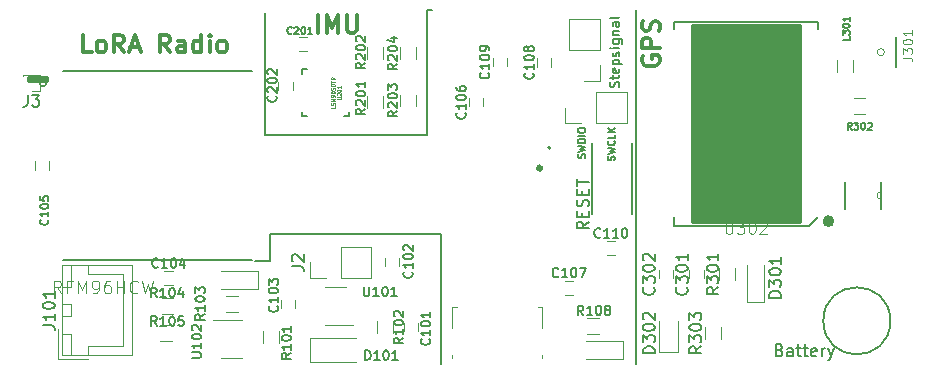
<source format=gbr>
G04 #@! TF.FileFunction,Legend,Top*
%FSLAX46Y46*%
G04 Gerber Fmt 4.6, Leading zero omitted, Abs format (unit mm)*
G04 Created by KiCad (PCBNEW 4.0.7) date 01/02/18 22:23:31*
%MOMM*%
%LPD*%
G01*
G04 APERTURE LIST*
%ADD10C,0.100000*%
%ADD11C,0.300000*%
%ADD12C,0.200000*%
%ADD13C,0.127000*%
%ADD14C,0.170000*%
%ADD15C,0.400000*%
%ADD16C,0.120000*%
%ADD17C,0.508000*%
%ADD18C,0.381000*%
%ADD19C,0.150000*%
%ADD20C,0.152400*%
%ADD21C,0.050000*%
G04 APERTURE END LIST*
D10*
D11*
X163050000Y-97457143D02*
X162978571Y-97600000D01*
X162978571Y-97814286D01*
X163050000Y-98028571D01*
X163192857Y-98171429D01*
X163335714Y-98242857D01*
X163621429Y-98314286D01*
X163835714Y-98314286D01*
X164121429Y-98242857D01*
X164264286Y-98171429D01*
X164407143Y-98028571D01*
X164478571Y-97814286D01*
X164478571Y-97671429D01*
X164407143Y-97457143D01*
X164335714Y-97385714D01*
X163835714Y-97385714D01*
X163835714Y-97671429D01*
X164478571Y-96742857D02*
X162978571Y-96742857D01*
X162978571Y-96171429D01*
X163050000Y-96028571D01*
X163121429Y-95957143D01*
X163264286Y-95885714D01*
X163478571Y-95885714D01*
X163621429Y-95957143D01*
X163692857Y-96028571D01*
X163764286Y-96171429D01*
X163764286Y-96742857D01*
X164407143Y-95314286D02*
X164478571Y-95100000D01*
X164478571Y-94742857D01*
X164407143Y-94600000D01*
X164335714Y-94528571D01*
X164192857Y-94457143D01*
X164050000Y-94457143D01*
X163907143Y-94528571D01*
X163835714Y-94600000D01*
X163764286Y-94742857D01*
X163692857Y-95028571D01*
X163621429Y-95171429D01*
X163550000Y-95242857D01*
X163407143Y-95314286D01*
X163264286Y-95314286D01*
X163121429Y-95242857D01*
X163050000Y-95171429D01*
X162978571Y-95028571D01*
X162978571Y-94671429D01*
X163050000Y-94457143D01*
X135557143Y-95478571D02*
X135557143Y-93978571D01*
X136271429Y-95478571D02*
X136271429Y-93978571D01*
X136771429Y-95050000D01*
X137271429Y-93978571D01*
X137271429Y-95478571D01*
X137985715Y-93978571D02*
X137985715Y-95192857D01*
X138057143Y-95335714D01*
X138128572Y-95407143D01*
X138271429Y-95478571D01*
X138557143Y-95478571D01*
X138700001Y-95407143D01*
X138771429Y-95335714D01*
X138842858Y-95192857D01*
X138842858Y-93978571D01*
X116378572Y-97128571D02*
X115664286Y-97128571D01*
X115664286Y-95628571D01*
X117092858Y-97128571D02*
X116950000Y-97057143D01*
X116878572Y-96985714D01*
X116807143Y-96842857D01*
X116807143Y-96414286D01*
X116878572Y-96271429D01*
X116950000Y-96200000D01*
X117092858Y-96128571D01*
X117307143Y-96128571D01*
X117450000Y-96200000D01*
X117521429Y-96271429D01*
X117592858Y-96414286D01*
X117592858Y-96842857D01*
X117521429Y-96985714D01*
X117450000Y-97057143D01*
X117307143Y-97128571D01*
X117092858Y-97128571D01*
X119092858Y-97128571D02*
X118592858Y-96414286D01*
X118235715Y-97128571D02*
X118235715Y-95628571D01*
X118807143Y-95628571D01*
X118950001Y-95700000D01*
X119021429Y-95771429D01*
X119092858Y-95914286D01*
X119092858Y-96128571D01*
X119021429Y-96271429D01*
X118950001Y-96342857D01*
X118807143Y-96414286D01*
X118235715Y-96414286D01*
X119664286Y-96700000D02*
X120378572Y-96700000D01*
X119521429Y-97128571D02*
X120021429Y-95628571D01*
X120521429Y-97128571D01*
X123021429Y-97128571D02*
X122521429Y-96414286D01*
X122164286Y-97128571D02*
X122164286Y-95628571D01*
X122735714Y-95628571D01*
X122878572Y-95700000D01*
X122950000Y-95771429D01*
X123021429Y-95914286D01*
X123021429Y-96128571D01*
X122950000Y-96271429D01*
X122878572Y-96342857D01*
X122735714Y-96414286D01*
X122164286Y-96414286D01*
X124307143Y-97128571D02*
X124307143Y-96342857D01*
X124235714Y-96200000D01*
X124092857Y-96128571D01*
X123807143Y-96128571D01*
X123664286Y-96200000D01*
X124307143Y-97057143D02*
X124164286Y-97128571D01*
X123807143Y-97128571D01*
X123664286Y-97057143D01*
X123592857Y-96914286D01*
X123592857Y-96771429D01*
X123664286Y-96628571D01*
X123807143Y-96557143D01*
X124164286Y-96557143D01*
X124307143Y-96485714D01*
X125664286Y-97128571D02*
X125664286Y-95628571D01*
X125664286Y-97057143D02*
X125521429Y-97128571D01*
X125235715Y-97128571D01*
X125092857Y-97057143D01*
X125021429Y-96985714D01*
X124950000Y-96842857D01*
X124950000Y-96414286D01*
X125021429Y-96271429D01*
X125092857Y-96200000D01*
X125235715Y-96128571D01*
X125521429Y-96128571D01*
X125664286Y-96200000D01*
X126378572Y-97128571D02*
X126378572Y-96128571D01*
X126378572Y-95628571D02*
X126307143Y-95700000D01*
X126378572Y-95771429D01*
X126450000Y-95700000D01*
X126378572Y-95628571D01*
X126378572Y-95771429D01*
X127307144Y-97128571D02*
X127164286Y-97057143D01*
X127092858Y-96985714D01*
X127021429Y-96842857D01*
X127021429Y-96414286D01*
X127092858Y-96271429D01*
X127164286Y-96200000D01*
X127307144Y-96128571D01*
X127521429Y-96128571D01*
X127664286Y-96200000D01*
X127735715Y-96271429D01*
X127807144Y-96414286D01*
X127807144Y-96842857D01*
X127735715Y-96985714D01*
X127664286Y-97057143D01*
X127521429Y-97128571D01*
X127307144Y-97128571D01*
D12*
X131500000Y-114750000D02*
X130250000Y-114750000D01*
X131500000Y-114500000D02*
X131500000Y-114750000D01*
X131500000Y-112500000D02*
X131500000Y-114500000D01*
X146000000Y-112500000D02*
X131500000Y-112500000D01*
X146000000Y-123500000D02*
X146000000Y-112500000D01*
X162500000Y-123500000D02*
X162500000Y-93500000D01*
X144800000Y-93500000D02*
X145200000Y-93500000D01*
X144800000Y-104100000D02*
X144800000Y-93500000D01*
X131100000Y-104100000D02*
X144800000Y-104100000D01*
X131100000Y-93800000D02*
X131100000Y-104100000D01*
D10*
X183500000Y-97100000D02*
G75*
G03X183500000Y-97100000I-300000J0D01*
G01*
D13*
X184500000Y-95800000D02*
X184500000Y-98400000D01*
D14*
X155226000Y-105210000D02*
G75*
G03X155226000Y-105210000I-100000J0D01*
G01*
D15*
X154428000Y-106937000D02*
G75*
G03X154428000Y-106937000I-127000J0D01*
G01*
D16*
X157150000Y-117700000D02*
X156450000Y-117700000D01*
X156450000Y-116500000D02*
X157150000Y-116500000D01*
D13*
X165686000Y-95156000D02*
X165686000Y-94521000D01*
X165686000Y-94521000D02*
X177878000Y-94521000D01*
X177878000Y-94521000D02*
X177878000Y-95156000D01*
X165686000Y-111031000D02*
X165686000Y-111793000D01*
X165686000Y-111793000D02*
X177116000Y-111793000D01*
X177116000Y-111793000D02*
X177878000Y-111031000D01*
D17*
X179021000Y-111412000D02*
G75*
G03X179021000Y-111412000I-254000J0D01*
G01*
D18*
G36*
X176237000Y-111412000D02*
X167337000Y-111412000D01*
X167337000Y-94883430D01*
X176237000Y-94883430D01*
X176237000Y-111412000D01*
G37*
X176237000Y-111412000D02*
X167337000Y-111412000D01*
X167337000Y-94883430D01*
X176237000Y-94883430D01*
X176237000Y-111412000D01*
D12*
X114000000Y-98700000D02*
X130000000Y-98700000D01*
X130000000Y-114700000D02*
X114000000Y-114700000D01*
X112541550Y-99700000D02*
G75*
G03X112541550Y-99700000I-291550J0D01*
G01*
D18*
G36*
X111070400Y-99500000D02*
X112500000Y-99500000D01*
X112500000Y-99267490D01*
X111070400Y-99267490D01*
X111070400Y-99500000D01*
G37*
X111070400Y-99500000D02*
X112500000Y-99500000D01*
X112500000Y-99267490D01*
X111070400Y-99267490D01*
X111070400Y-99500000D01*
D19*
X184009646Y-119857500D02*
G75*
G03X184009646Y-119857500I-2839806J0D01*
G01*
D16*
X134900000Y-121300000D02*
X134900000Y-123300000D01*
X134900000Y-123300000D02*
X138750000Y-123300000D01*
X134900000Y-121300000D02*
X138750000Y-121300000D01*
X127300000Y-115650000D02*
X130500000Y-115650000D01*
X130500000Y-117150000D02*
X127300000Y-117150000D01*
X130500000Y-117150000D02*
X130500000Y-115650000D01*
X158200000Y-121550000D02*
X161400000Y-121550000D01*
X161400000Y-123050000D02*
X158200000Y-123050000D01*
X161400000Y-123050000D02*
X161400000Y-121550000D01*
X173350000Y-115100000D02*
X173350000Y-118300000D01*
X171850000Y-118300000D02*
X171850000Y-115100000D01*
X171850000Y-118300000D02*
X173350000Y-118300000D01*
X164400000Y-122500000D02*
X166000000Y-122500000D01*
X166000000Y-122500000D02*
X166000000Y-119900000D01*
X164400000Y-122500000D02*
X164400000Y-119900000D01*
X113850000Y-122750000D02*
X119800000Y-122750000D01*
X119800000Y-122750000D02*
X119800000Y-115150000D01*
X119800000Y-115150000D02*
X113850000Y-115150000D01*
X113850000Y-115150000D02*
X113850000Y-122750000D01*
X113850000Y-119450000D02*
X114600000Y-119450000D01*
X114600000Y-119450000D02*
X114600000Y-118450000D01*
X114600000Y-118450000D02*
X113850000Y-118450000D01*
X113850000Y-118450000D02*
X113850000Y-119450000D01*
X113850000Y-122750000D02*
X114600000Y-122750000D01*
X114600000Y-122750000D02*
X114600000Y-120950000D01*
X114600000Y-120950000D02*
X113850000Y-120950000D01*
X113850000Y-120950000D02*
X113850000Y-122750000D01*
X113850000Y-116950000D02*
X114600000Y-116950000D01*
X114600000Y-116950000D02*
X114600000Y-115150000D01*
X114600000Y-115150000D02*
X113850000Y-115150000D01*
X113850000Y-115150000D02*
X113850000Y-116950000D01*
X116100000Y-122750000D02*
X116100000Y-122000000D01*
X116100000Y-122000000D02*
X119050000Y-122000000D01*
X119050000Y-122000000D02*
X119050000Y-118950000D01*
X116100000Y-115150000D02*
X116100000Y-115900000D01*
X116100000Y-115900000D02*
X119050000Y-115900000D01*
X119050000Y-115900000D02*
X119050000Y-118950000D01*
X113550000Y-120550000D02*
X113550000Y-123050000D01*
X113550000Y-123050000D02*
X116050000Y-123050000D01*
X154547500Y-118690000D02*
X154167500Y-118690000D01*
X154547500Y-122740000D02*
X154547500Y-123000000D01*
X154547500Y-118690000D02*
X154547500Y-120460000D01*
X146927500Y-118690000D02*
X147307500Y-118690000D01*
X146927500Y-120460000D02*
X146927500Y-118690000D01*
X146927500Y-123000000D02*
X146927500Y-122740000D01*
D19*
X162143440Y-104800000D02*
X162143440Y-110800000D01*
X158743440Y-104800000D02*
X158743440Y-110800000D01*
D16*
X137900000Y-116990000D02*
X136100000Y-116990000D01*
X136100000Y-120210000D02*
X138550000Y-120210000D01*
X127300000Y-123010000D02*
X129100000Y-123010000D01*
X129100000Y-119790000D02*
X126650000Y-119790000D01*
D13*
X138188680Y-102541800D02*
X138188680Y-102141800D01*
X138188680Y-102541800D02*
X137788680Y-102541800D01*
X134188680Y-102541800D02*
X134188680Y-102141800D01*
X134188680Y-102541800D02*
X134588680Y-102541800D01*
X134188680Y-98541800D02*
X134188680Y-98941800D01*
X134188680Y-98541800D02*
X134588680Y-98541800D01*
D20*
X180189400Y-108110000D02*
X180189400Y-110396000D01*
X183186600Y-110396000D02*
X183186600Y-109557800D01*
X183186600Y-109557800D02*
X183186600Y-108948200D01*
X183186600Y-108948200D02*
X183186600Y-108110000D01*
D10*
X183186600Y-109557800D02*
G75*
G02X183186600Y-108948200I0J304800D01*
G01*
D16*
X142800000Y-120750000D02*
X142800000Y-120050000D01*
X144000000Y-120050000D02*
X144000000Y-120750000D01*
X141200000Y-115250000D02*
X141200000Y-114550000D01*
X142400000Y-114550000D02*
X142400000Y-115250000D01*
X132400000Y-118750000D02*
X132400000Y-118050000D01*
X133600000Y-118050000D02*
X133600000Y-118750000D01*
X123250000Y-116800000D02*
X122550000Y-116800000D01*
X122550000Y-115600000D02*
X123250000Y-115600000D01*
X111600000Y-107050000D02*
X111600000Y-106350000D01*
X112800000Y-106350000D02*
X112800000Y-107050000D01*
X148352480Y-101683280D02*
X148352480Y-100983280D01*
X149552480Y-100983280D02*
X149552480Y-101683280D01*
X154103040Y-98330480D02*
X154103040Y-97630480D01*
X155303040Y-97630480D02*
X155303040Y-98330480D01*
X150343840Y-98289840D02*
X150343840Y-97589840D01*
X151543840Y-97589840D02*
X151543840Y-98289840D01*
X160000000Y-113100000D02*
X160700000Y-113100000D01*
X160700000Y-114300000D02*
X160000000Y-114300000D01*
X133913360Y-95842240D02*
X134613360Y-95842240D01*
X134613360Y-97042240D02*
X133913360Y-97042240D01*
X132200000Y-100300000D02*
X132200000Y-99600000D01*
X133400000Y-99600000D02*
X133400000Y-100300000D01*
X168200000Y-115550000D02*
X168200000Y-116250000D01*
X167000000Y-116250000D02*
X167000000Y-115550000D01*
X165600000Y-115550000D02*
X165600000Y-116250000D01*
X164400000Y-116250000D02*
X164400000Y-115550000D01*
X180880000Y-97800000D02*
X180880000Y-98800000D01*
X179520000Y-98800000D02*
X179520000Y-97800000D01*
X130920000Y-121700000D02*
X130920000Y-120700000D01*
X132280000Y-120700000D02*
X132280000Y-121700000D01*
X141880000Y-119900000D02*
X141880000Y-120900000D01*
X140520000Y-120900000D02*
X140520000Y-119900000D01*
X127800000Y-117720000D02*
X128800000Y-117720000D01*
X128800000Y-119080000D02*
X127800000Y-119080000D01*
X122300000Y-117920000D02*
X123300000Y-117920000D01*
X123300000Y-119280000D02*
X122300000Y-119280000D01*
X123200000Y-121580000D02*
X122200000Y-121580000D01*
X122200000Y-120220000D02*
X123200000Y-120220000D01*
X158300000Y-119620000D02*
X159300000Y-119620000D01*
X159300000Y-120980000D02*
X158300000Y-120980000D01*
X139720000Y-101793640D02*
X139720000Y-100793640D01*
X141080000Y-100793640D02*
X141080000Y-101793640D01*
X139720000Y-97700000D02*
X139720000Y-96700000D01*
X141080000Y-96700000D02*
X141080000Y-97700000D01*
X142520000Y-101700000D02*
X142520000Y-100700000D01*
X143880000Y-100700000D02*
X143880000Y-101700000D01*
X142520000Y-97700000D02*
X142520000Y-96700000D01*
X143880000Y-96700000D02*
X143880000Y-97700000D01*
X170880000Y-115400000D02*
X170880000Y-116400000D01*
X169520000Y-116400000D02*
X169520000Y-115400000D01*
X181900000Y-102380000D02*
X180900000Y-102380000D01*
X180900000Y-101020000D02*
X181900000Y-101020000D01*
X169680000Y-120400000D02*
X169680000Y-121400000D01*
X168320000Y-121400000D02*
X168320000Y-120400000D01*
X161670000Y-103130000D02*
X161670000Y-100470000D01*
X159070000Y-103130000D02*
X161670000Y-103130000D01*
X159070000Y-100470000D02*
X161670000Y-100470000D01*
X159070000Y-103130000D02*
X159070000Y-100470000D01*
X157800000Y-103130000D02*
X156470000Y-103130000D01*
X156470000Y-103130000D02*
X156470000Y-101800000D01*
X159430000Y-94330000D02*
X156770000Y-94330000D01*
X159430000Y-96930000D02*
X159430000Y-94330000D01*
X156770000Y-96930000D02*
X156770000Y-94330000D01*
X159430000Y-96930000D02*
X156770000Y-96930000D01*
X159430000Y-98200000D02*
X159430000Y-99530000D01*
X159430000Y-99530000D02*
X158100000Y-99530000D01*
X140070000Y-116230000D02*
X140070000Y-113570000D01*
X137470000Y-116230000D02*
X140070000Y-116230000D01*
X137470000Y-113570000D02*
X140070000Y-113570000D01*
X137470000Y-116230000D02*
X137470000Y-113570000D01*
X136200000Y-116230000D02*
X134870000Y-116230000D01*
X134870000Y-116230000D02*
X134870000Y-114900000D01*
X111995000Y-99015000D02*
X110605000Y-99015000D01*
X111995000Y-99015000D02*
X111995000Y-99140000D01*
X110605000Y-99015000D02*
X110605000Y-99140000D01*
X111995000Y-99015000D02*
X111908276Y-99015000D01*
X110691724Y-99015000D02*
X110605000Y-99015000D01*
X111995000Y-99700000D02*
X111995000Y-100385000D01*
X111995000Y-100385000D02*
X111300000Y-100385000D01*
D21*
X185072447Y-97561204D02*
X185644655Y-97561204D01*
X185759097Y-97599352D01*
X185835392Y-97675646D01*
X185873539Y-97790088D01*
X185873539Y-97866382D01*
X185072447Y-97256026D02*
X185072447Y-96760112D01*
X185377625Y-97027143D01*
X185377625Y-96912701D01*
X185415772Y-96836407D01*
X185453919Y-96798259D01*
X185530214Y-96760112D01*
X185720950Y-96760112D01*
X185797244Y-96798259D01*
X185835392Y-96836407D01*
X185873539Y-96912701D01*
X185873539Y-97141585D01*
X185835392Y-97217879D01*
X185797244Y-97256026D01*
X185072447Y-96264198D02*
X185072447Y-96187903D01*
X185110594Y-96111609D01*
X185148741Y-96073462D01*
X185225036Y-96035314D01*
X185377625Y-95997167D01*
X185568361Y-95997167D01*
X185720950Y-96035314D01*
X185797244Y-96073462D01*
X185835392Y-96111609D01*
X185873539Y-96187903D01*
X185873539Y-96264198D01*
X185835392Y-96340492D01*
X185797244Y-96378640D01*
X185720950Y-96416787D01*
X185568361Y-96454934D01*
X185377625Y-96454934D01*
X185225036Y-96416787D01*
X185148741Y-96378640D01*
X185110594Y-96340492D01*
X185072447Y-96264198D01*
X185873539Y-95234222D02*
X185873539Y-95691989D01*
X185873539Y-95463106D02*
X185072447Y-95463106D01*
X185186888Y-95539400D01*
X185263183Y-95615695D01*
X185301330Y-95691989D01*
D19*
X155904762Y-116085714D02*
X155866667Y-116123810D01*
X155752381Y-116161905D01*
X155676191Y-116161905D01*
X155561905Y-116123810D01*
X155485714Y-116047619D01*
X155447619Y-115971429D01*
X155409524Y-115819048D01*
X155409524Y-115704762D01*
X155447619Y-115552381D01*
X155485714Y-115476190D01*
X155561905Y-115400000D01*
X155676191Y-115361905D01*
X155752381Y-115361905D01*
X155866667Y-115400000D01*
X155904762Y-115438095D01*
X156666667Y-116161905D02*
X156209524Y-116161905D01*
X156438095Y-116161905D02*
X156438095Y-115361905D01*
X156361905Y-115476190D01*
X156285714Y-115552381D01*
X156209524Y-115590476D01*
X157161905Y-115361905D02*
X157238096Y-115361905D01*
X157314286Y-115400000D01*
X157352381Y-115438095D01*
X157390477Y-115514286D01*
X157428572Y-115666667D01*
X157428572Y-115857143D01*
X157390477Y-116009524D01*
X157352381Y-116085714D01*
X157314286Y-116123810D01*
X157238096Y-116161905D01*
X157161905Y-116161905D01*
X157085715Y-116123810D01*
X157047619Y-116085714D01*
X157009524Y-116009524D01*
X156971429Y-115857143D01*
X156971429Y-115666667D01*
X157009524Y-115514286D01*
X157047619Y-115438095D01*
X157085715Y-115400000D01*
X157161905Y-115361905D01*
X157695239Y-115361905D02*
X158228572Y-115361905D01*
X157885715Y-116161905D01*
D21*
X170064543Y-111498368D02*
X170064543Y-112309389D01*
X170112250Y-112404804D01*
X170159957Y-112452511D01*
X170255371Y-112500218D01*
X170446200Y-112500218D01*
X170541614Y-112452511D01*
X170589321Y-112404804D01*
X170637028Y-112309389D01*
X170637028Y-111498368D01*
X171018685Y-111498368D02*
X171638878Y-111498368D01*
X171304928Y-111880025D01*
X171448050Y-111880025D01*
X171543464Y-111927732D01*
X171591171Y-111975439D01*
X171638878Y-112070854D01*
X171638878Y-112309389D01*
X171591171Y-112404804D01*
X171543464Y-112452511D01*
X171448050Y-112500218D01*
X171161807Y-112500218D01*
X171066393Y-112452511D01*
X171018685Y-112404804D01*
X172259071Y-111498368D02*
X172354486Y-111498368D01*
X172449900Y-111546075D01*
X172497607Y-111593782D01*
X172545314Y-111689196D01*
X172593021Y-111880025D01*
X172593021Y-112118561D01*
X172545314Y-112309389D01*
X172497607Y-112404804D01*
X172449900Y-112452511D01*
X172354486Y-112500218D01*
X172259071Y-112500218D01*
X172163657Y-112452511D01*
X172115950Y-112404804D01*
X172068243Y-112309389D01*
X172020536Y-112118561D01*
X172020536Y-111880025D01*
X172068243Y-111689196D01*
X172115950Y-111593782D01*
X172163657Y-111546075D01*
X172259071Y-111498368D01*
X172974679Y-111593782D02*
X173022386Y-111546075D01*
X173117800Y-111498368D01*
X173356336Y-111498368D01*
X173451750Y-111546075D01*
X173499457Y-111593782D01*
X173547164Y-111689196D01*
X173547164Y-111784611D01*
X173499457Y-111927732D01*
X172926971Y-112500218D01*
X173547164Y-112500218D01*
X113792795Y-117533399D02*
X113428649Y-117013190D01*
X113168544Y-117533399D02*
X113168544Y-116440959D01*
X113584711Y-116440959D01*
X113688753Y-116492980D01*
X113740774Y-116545001D01*
X113792795Y-116649043D01*
X113792795Y-116805106D01*
X113740774Y-116909148D01*
X113688753Y-116961169D01*
X113584711Y-117013190D01*
X113168544Y-117013190D01*
X114625130Y-116961169D02*
X114260984Y-116961169D01*
X114260984Y-117533399D02*
X114260984Y-116440959D01*
X114781193Y-116440959D01*
X115197361Y-117533399D02*
X115197361Y-116440959D01*
X115561507Y-117221273D01*
X115925654Y-116440959D01*
X115925654Y-117533399D01*
X116497885Y-117533399D02*
X116705969Y-117533399D01*
X116810010Y-117481378D01*
X116862031Y-117429357D01*
X116966073Y-117273294D01*
X117018094Y-117065210D01*
X117018094Y-116649043D01*
X116966073Y-116545001D01*
X116914052Y-116492980D01*
X116810010Y-116440959D01*
X116601927Y-116440959D01*
X116497885Y-116492980D01*
X116445864Y-116545001D01*
X116393843Y-116649043D01*
X116393843Y-116909148D01*
X116445864Y-117013190D01*
X116497885Y-117065210D01*
X116601927Y-117117231D01*
X116810010Y-117117231D01*
X116914052Y-117065210D01*
X116966073Y-117013190D01*
X117018094Y-116909148D01*
X117954471Y-116440959D02*
X117746388Y-116440959D01*
X117642346Y-116492980D01*
X117590325Y-116545001D01*
X117486283Y-116701064D01*
X117434262Y-116909148D01*
X117434262Y-117325315D01*
X117486283Y-117429357D01*
X117538304Y-117481378D01*
X117642346Y-117533399D01*
X117850429Y-117533399D01*
X117954471Y-117481378D01*
X118006492Y-117429357D01*
X118058513Y-117325315D01*
X118058513Y-117065210D01*
X118006492Y-116961169D01*
X117954471Y-116909148D01*
X117850429Y-116857127D01*
X117642346Y-116857127D01*
X117538304Y-116909148D01*
X117486283Y-116961169D01*
X117434262Y-117065210D01*
X118526702Y-117533399D02*
X118526702Y-116440959D01*
X118526702Y-116961169D02*
X119150953Y-116961169D01*
X119150953Y-117533399D02*
X119150953Y-116440959D01*
X120295414Y-117429357D02*
X120243393Y-117481378D01*
X120087330Y-117533399D01*
X119983288Y-117533399D01*
X119827226Y-117481378D01*
X119723184Y-117377336D01*
X119671163Y-117273294D01*
X119619142Y-117065210D01*
X119619142Y-116909148D01*
X119671163Y-116701064D01*
X119723184Y-116597022D01*
X119827226Y-116492980D01*
X119983288Y-116440959D01*
X120087330Y-116440959D01*
X120243393Y-116492980D01*
X120295414Y-116545001D01*
X120659561Y-116440959D02*
X120919666Y-117533399D01*
X121127749Y-116753085D01*
X121335833Y-117533399D01*
X121595938Y-116440959D01*
D19*
X174628571Y-122328571D02*
X174771428Y-122376190D01*
X174819047Y-122423810D01*
X174866666Y-122519048D01*
X174866666Y-122661905D01*
X174819047Y-122757143D01*
X174771428Y-122804762D01*
X174676190Y-122852381D01*
X174295237Y-122852381D01*
X174295237Y-121852381D01*
X174628571Y-121852381D01*
X174723809Y-121900000D01*
X174771428Y-121947619D01*
X174819047Y-122042857D01*
X174819047Y-122138095D01*
X174771428Y-122233333D01*
X174723809Y-122280952D01*
X174628571Y-122328571D01*
X174295237Y-122328571D01*
X175723809Y-122852381D02*
X175723809Y-122328571D01*
X175676190Y-122233333D01*
X175580952Y-122185714D01*
X175390475Y-122185714D01*
X175295237Y-122233333D01*
X175723809Y-122804762D02*
X175628571Y-122852381D01*
X175390475Y-122852381D01*
X175295237Y-122804762D01*
X175247618Y-122709524D01*
X175247618Y-122614286D01*
X175295237Y-122519048D01*
X175390475Y-122471429D01*
X175628571Y-122471429D01*
X175723809Y-122423810D01*
X176057142Y-122185714D02*
X176438094Y-122185714D01*
X176199999Y-121852381D02*
X176199999Y-122709524D01*
X176247618Y-122804762D01*
X176342856Y-122852381D01*
X176438094Y-122852381D01*
X176628571Y-122185714D02*
X177009523Y-122185714D01*
X176771428Y-121852381D02*
X176771428Y-122709524D01*
X176819047Y-122804762D01*
X176914285Y-122852381D01*
X177009523Y-122852381D01*
X177723810Y-122804762D02*
X177628572Y-122852381D01*
X177438095Y-122852381D01*
X177342857Y-122804762D01*
X177295238Y-122709524D01*
X177295238Y-122328571D01*
X177342857Y-122233333D01*
X177438095Y-122185714D01*
X177628572Y-122185714D01*
X177723810Y-122233333D01*
X177771429Y-122328571D01*
X177771429Y-122423810D01*
X177295238Y-122519048D01*
X178200000Y-122852381D02*
X178200000Y-122185714D01*
X178200000Y-122376190D02*
X178247619Y-122280952D01*
X178295238Y-122233333D01*
X178390476Y-122185714D01*
X178485715Y-122185714D01*
X178723810Y-122185714D02*
X178961905Y-122852381D01*
X179200001Y-122185714D02*
X178961905Y-122852381D01*
X178866667Y-123090476D01*
X178819048Y-123138095D01*
X178723810Y-123185714D01*
X139547619Y-123161905D02*
X139547619Y-122361905D01*
X139738095Y-122361905D01*
X139852381Y-122400000D01*
X139928572Y-122476190D01*
X139966667Y-122552381D01*
X140004762Y-122704762D01*
X140004762Y-122819048D01*
X139966667Y-122971429D01*
X139928572Y-123047619D01*
X139852381Y-123123810D01*
X139738095Y-123161905D01*
X139547619Y-123161905D01*
X140766667Y-123161905D02*
X140309524Y-123161905D01*
X140538095Y-123161905D02*
X140538095Y-122361905D01*
X140461905Y-122476190D01*
X140385714Y-122552381D01*
X140309524Y-122590476D01*
X141261905Y-122361905D02*
X141338096Y-122361905D01*
X141414286Y-122400000D01*
X141452381Y-122438095D01*
X141490477Y-122514286D01*
X141528572Y-122666667D01*
X141528572Y-122857143D01*
X141490477Y-123009524D01*
X141452381Y-123085714D01*
X141414286Y-123123810D01*
X141338096Y-123161905D01*
X141261905Y-123161905D01*
X141185715Y-123123810D01*
X141147619Y-123085714D01*
X141109524Y-123009524D01*
X141071429Y-122857143D01*
X141071429Y-122666667D01*
X141109524Y-122514286D01*
X141147619Y-122438095D01*
X141185715Y-122400000D01*
X141261905Y-122361905D01*
X142290477Y-123161905D02*
X141833334Y-123161905D01*
X142061905Y-123161905D02*
X142061905Y-122361905D01*
X141985715Y-122476190D01*
X141909524Y-122552381D01*
X141833334Y-122590476D01*
X174752381Y-117890476D02*
X173752381Y-117890476D01*
X173752381Y-117652381D01*
X173800000Y-117509523D01*
X173895238Y-117414285D01*
X173990476Y-117366666D01*
X174180952Y-117319047D01*
X174323810Y-117319047D01*
X174514286Y-117366666D01*
X174609524Y-117414285D01*
X174704762Y-117509523D01*
X174752381Y-117652381D01*
X174752381Y-117890476D01*
X173752381Y-116985714D02*
X173752381Y-116366666D01*
X174133333Y-116700000D01*
X174133333Y-116557142D01*
X174180952Y-116461904D01*
X174228571Y-116414285D01*
X174323810Y-116366666D01*
X174561905Y-116366666D01*
X174657143Y-116414285D01*
X174704762Y-116461904D01*
X174752381Y-116557142D01*
X174752381Y-116842857D01*
X174704762Y-116938095D01*
X174657143Y-116985714D01*
X173752381Y-115747619D02*
X173752381Y-115652380D01*
X173800000Y-115557142D01*
X173847619Y-115509523D01*
X173942857Y-115461904D01*
X174133333Y-115414285D01*
X174371429Y-115414285D01*
X174561905Y-115461904D01*
X174657143Y-115509523D01*
X174704762Y-115557142D01*
X174752381Y-115652380D01*
X174752381Y-115747619D01*
X174704762Y-115842857D01*
X174657143Y-115890476D01*
X174561905Y-115938095D01*
X174371429Y-115985714D01*
X174133333Y-115985714D01*
X173942857Y-115938095D01*
X173847619Y-115890476D01*
X173800000Y-115842857D01*
X173752381Y-115747619D01*
X174752381Y-114461904D02*
X174752381Y-115033333D01*
X174752381Y-114747619D02*
X173752381Y-114747619D01*
X173895238Y-114842857D01*
X173990476Y-114938095D01*
X174038095Y-115033333D01*
X164052381Y-122590476D02*
X163052381Y-122590476D01*
X163052381Y-122352381D01*
X163100000Y-122209523D01*
X163195238Y-122114285D01*
X163290476Y-122066666D01*
X163480952Y-122019047D01*
X163623810Y-122019047D01*
X163814286Y-122066666D01*
X163909524Y-122114285D01*
X164004762Y-122209523D01*
X164052381Y-122352381D01*
X164052381Y-122590476D01*
X163052381Y-121685714D02*
X163052381Y-121066666D01*
X163433333Y-121400000D01*
X163433333Y-121257142D01*
X163480952Y-121161904D01*
X163528571Y-121114285D01*
X163623810Y-121066666D01*
X163861905Y-121066666D01*
X163957143Y-121114285D01*
X164004762Y-121161904D01*
X164052381Y-121257142D01*
X164052381Y-121542857D01*
X164004762Y-121638095D01*
X163957143Y-121685714D01*
X163052381Y-120447619D02*
X163052381Y-120352380D01*
X163100000Y-120257142D01*
X163147619Y-120209523D01*
X163242857Y-120161904D01*
X163433333Y-120114285D01*
X163671429Y-120114285D01*
X163861905Y-120161904D01*
X163957143Y-120209523D01*
X164004762Y-120257142D01*
X164052381Y-120352380D01*
X164052381Y-120447619D01*
X164004762Y-120542857D01*
X163957143Y-120590476D01*
X163861905Y-120638095D01*
X163671429Y-120685714D01*
X163433333Y-120685714D01*
X163242857Y-120638095D01*
X163147619Y-120590476D01*
X163100000Y-120542857D01*
X163052381Y-120447619D01*
X163147619Y-119733333D02*
X163100000Y-119685714D01*
X163052381Y-119590476D01*
X163052381Y-119352380D01*
X163100000Y-119257142D01*
X163147619Y-119209523D01*
X163242857Y-119161904D01*
X163338095Y-119161904D01*
X163480952Y-119209523D01*
X164052381Y-119780952D01*
X164052381Y-119161904D01*
X112252381Y-120235714D02*
X112966667Y-120235714D01*
X113109524Y-120283334D01*
X113204762Y-120378572D01*
X113252381Y-120521429D01*
X113252381Y-120616667D01*
X113252381Y-119235714D02*
X113252381Y-119807143D01*
X113252381Y-119521429D02*
X112252381Y-119521429D01*
X112395238Y-119616667D01*
X112490476Y-119711905D01*
X112538095Y-119807143D01*
X112252381Y-118616667D02*
X112252381Y-118521428D01*
X112300000Y-118426190D01*
X112347619Y-118378571D01*
X112442857Y-118330952D01*
X112633333Y-118283333D01*
X112871429Y-118283333D01*
X113061905Y-118330952D01*
X113157143Y-118378571D01*
X113204762Y-118426190D01*
X113252381Y-118521428D01*
X113252381Y-118616667D01*
X113204762Y-118711905D01*
X113157143Y-118759524D01*
X113061905Y-118807143D01*
X112871429Y-118854762D01*
X112633333Y-118854762D01*
X112442857Y-118807143D01*
X112347619Y-118759524D01*
X112300000Y-118711905D01*
X112252381Y-118616667D01*
X113252381Y-117330952D02*
X113252381Y-117902381D01*
X113252381Y-117616667D02*
X112252381Y-117616667D01*
X112395238Y-117711905D01*
X112490476Y-117807143D01*
X112538095Y-117902381D01*
X158452381Y-111452381D02*
X157976190Y-111785715D01*
X158452381Y-112023810D02*
X157452381Y-112023810D01*
X157452381Y-111642857D01*
X157500000Y-111547619D01*
X157547619Y-111500000D01*
X157642857Y-111452381D01*
X157785714Y-111452381D01*
X157880952Y-111500000D01*
X157928571Y-111547619D01*
X157976190Y-111642857D01*
X157976190Y-112023810D01*
X157928571Y-111023810D02*
X157928571Y-110690476D01*
X158452381Y-110547619D02*
X158452381Y-111023810D01*
X157452381Y-111023810D01*
X157452381Y-110547619D01*
X158404762Y-110166667D02*
X158452381Y-110023810D01*
X158452381Y-109785714D01*
X158404762Y-109690476D01*
X158357143Y-109642857D01*
X158261905Y-109595238D01*
X158166667Y-109595238D01*
X158071429Y-109642857D01*
X158023810Y-109690476D01*
X157976190Y-109785714D01*
X157928571Y-109976191D01*
X157880952Y-110071429D01*
X157833333Y-110119048D01*
X157738095Y-110166667D01*
X157642857Y-110166667D01*
X157547619Y-110119048D01*
X157500000Y-110071429D01*
X157452381Y-109976191D01*
X157452381Y-109738095D01*
X157500000Y-109595238D01*
X157928571Y-109166667D02*
X157928571Y-108833333D01*
X158452381Y-108690476D02*
X158452381Y-109166667D01*
X157452381Y-109166667D01*
X157452381Y-108690476D01*
X157452381Y-108404762D02*
X157452381Y-107833333D01*
X158452381Y-108119048D02*
X157452381Y-108119048D01*
X139428571Y-116961905D02*
X139428571Y-117609524D01*
X139466666Y-117685714D01*
X139504762Y-117723810D01*
X139580952Y-117761905D01*
X139733333Y-117761905D01*
X139809524Y-117723810D01*
X139847619Y-117685714D01*
X139885714Y-117609524D01*
X139885714Y-116961905D01*
X140685714Y-117761905D02*
X140228571Y-117761905D01*
X140457142Y-117761905D02*
X140457142Y-116961905D01*
X140380952Y-117076190D01*
X140304761Y-117152381D01*
X140228571Y-117190476D01*
X141180952Y-116961905D02*
X141257143Y-116961905D01*
X141333333Y-117000000D01*
X141371428Y-117038095D01*
X141409524Y-117114286D01*
X141447619Y-117266667D01*
X141447619Y-117457143D01*
X141409524Y-117609524D01*
X141371428Y-117685714D01*
X141333333Y-117723810D01*
X141257143Y-117761905D01*
X141180952Y-117761905D01*
X141104762Y-117723810D01*
X141066666Y-117685714D01*
X141028571Y-117609524D01*
X140990476Y-117457143D01*
X140990476Y-117266667D01*
X141028571Y-117114286D01*
X141066666Y-117038095D01*
X141104762Y-117000000D01*
X141180952Y-116961905D01*
X142209524Y-117761905D02*
X141752381Y-117761905D01*
X141980952Y-117761905D02*
X141980952Y-116961905D01*
X141904762Y-117076190D01*
X141828571Y-117152381D01*
X141752381Y-117190476D01*
X124861905Y-122971429D02*
X125509524Y-122971429D01*
X125585714Y-122933334D01*
X125623810Y-122895238D01*
X125661905Y-122819048D01*
X125661905Y-122666667D01*
X125623810Y-122590476D01*
X125585714Y-122552381D01*
X125509524Y-122514286D01*
X124861905Y-122514286D01*
X125661905Y-121714286D02*
X125661905Y-122171429D01*
X125661905Y-121942858D02*
X124861905Y-121942858D01*
X124976190Y-122019048D01*
X125052381Y-122095239D01*
X125090476Y-122171429D01*
X124861905Y-121219048D02*
X124861905Y-121142857D01*
X124900000Y-121066667D01*
X124938095Y-121028572D01*
X125014286Y-120990476D01*
X125166667Y-120952381D01*
X125357143Y-120952381D01*
X125509524Y-120990476D01*
X125585714Y-121028572D01*
X125623810Y-121066667D01*
X125661905Y-121142857D01*
X125661905Y-121219048D01*
X125623810Y-121295238D01*
X125585714Y-121333334D01*
X125509524Y-121371429D01*
X125357143Y-121409524D01*
X125166667Y-121409524D01*
X125014286Y-121371429D01*
X124938095Y-121333334D01*
X124900000Y-121295238D01*
X124861905Y-121219048D01*
X124938095Y-120647619D02*
X124900000Y-120609524D01*
X124861905Y-120533333D01*
X124861905Y-120342857D01*
X124900000Y-120266667D01*
X124938095Y-120228571D01*
X125014286Y-120190476D01*
X125090476Y-120190476D01*
X125204762Y-120228571D01*
X125661905Y-120685714D01*
X125661905Y-120190476D01*
D21*
X137158686Y-101091642D02*
X137418333Y-101091642D01*
X137448880Y-101076369D01*
X137464153Y-101061095D01*
X137479427Y-101030549D01*
X137479427Y-100969455D01*
X137464153Y-100938908D01*
X137448880Y-100923635D01*
X137418333Y-100908362D01*
X137158686Y-100908362D01*
X137189232Y-100770901D02*
X137173959Y-100755628D01*
X137158686Y-100725081D01*
X137158686Y-100648714D01*
X137173959Y-100618168D01*
X137189232Y-100602894D01*
X137219779Y-100587621D01*
X137250326Y-100587621D01*
X137296146Y-100602894D01*
X137479427Y-100786175D01*
X137479427Y-100587621D01*
X137158686Y-100389067D02*
X137158686Y-100358520D01*
X137173959Y-100327973D01*
X137189232Y-100312700D01*
X137219779Y-100297426D01*
X137280873Y-100282153D01*
X137357240Y-100282153D01*
X137418333Y-100297426D01*
X137448880Y-100312700D01*
X137464153Y-100327973D01*
X137479427Y-100358520D01*
X137479427Y-100389067D01*
X137464153Y-100419613D01*
X137448880Y-100434887D01*
X137418333Y-100450160D01*
X137357240Y-100465433D01*
X137280873Y-100465433D01*
X137219779Y-100450160D01*
X137189232Y-100434887D01*
X137173959Y-100419613D01*
X137158686Y-100389067D01*
X137479427Y-99976685D02*
X137479427Y-100159965D01*
X137479427Y-100068325D02*
X137158686Y-100068325D01*
X137204506Y-100098872D01*
X137235053Y-100129419D01*
X137250326Y-100159965D01*
X136969482Y-101678554D02*
X136969482Y-101831138D01*
X136649055Y-101831138D01*
X136954223Y-101587003D02*
X136969482Y-101541228D01*
X136969482Y-101464936D01*
X136954223Y-101434419D01*
X136938965Y-101419161D01*
X136908448Y-101403902D01*
X136877931Y-101403902D01*
X136847414Y-101419161D01*
X136832156Y-101434419D01*
X136816897Y-101464936D01*
X136801639Y-101525970D01*
X136786380Y-101556486D01*
X136771122Y-101571745D01*
X136740605Y-101587003D01*
X136710088Y-101587003D01*
X136679571Y-101571745D01*
X136664313Y-101556486D01*
X136649055Y-101525970D01*
X136649055Y-101449677D01*
X136664313Y-101403902D01*
X136969482Y-101266576D02*
X136649055Y-101266576D01*
X136877931Y-101159767D01*
X136649055Y-101052958D01*
X136969482Y-101052958D01*
X136969482Y-100885115D02*
X136969482Y-100824082D01*
X136954223Y-100793565D01*
X136938965Y-100778306D01*
X136893189Y-100747790D01*
X136832156Y-100732531D01*
X136710088Y-100732531D01*
X136679571Y-100747790D01*
X136664313Y-100763048D01*
X136649055Y-100793565D01*
X136649055Y-100854599D01*
X136664313Y-100885115D01*
X136679571Y-100900374D01*
X136710088Y-100915632D01*
X136786380Y-100915632D01*
X136816897Y-100900374D01*
X136832156Y-100885115D01*
X136847414Y-100854599D01*
X136847414Y-100793565D01*
X136832156Y-100763048D01*
X136816897Y-100747790D01*
X136786380Y-100732531D01*
X136969482Y-100595205D02*
X136649055Y-100595205D01*
X136649055Y-100518913D01*
X136664313Y-100473137D01*
X136694830Y-100442621D01*
X136725347Y-100427362D01*
X136786380Y-100412104D01*
X136832156Y-100412104D01*
X136893189Y-100427362D01*
X136923706Y-100442621D01*
X136954223Y-100473137D01*
X136969482Y-100518913D01*
X136969482Y-100595205D01*
X136954223Y-100290036D02*
X136969482Y-100244261D01*
X136969482Y-100167969D01*
X136954223Y-100137452D01*
X136938965Y-100122194D01*
X136908448Y-100106935D01*
X136877931Y-100106935D01*
X136847414Y-100122194D01*
X136832156Y-100137452D01*
X136816897Y-100167969D01*
X136801639Y-100229003D01*
X136786380Y-100259519D01*
X136771122Y-100274778D01*
X136740605Y-100290036D01*
X136710088Y-100290036D01*
X136679571Y-100274778D01*
X136664313Y-100259519D01*
X136649055Y-100229003D01*
X136649055Y-100152710D01*
X136664313Y-100106935D01*
X136649055Y-99908575D02*
X136649055Y-99878058D01*
X136664313Y-99847541D01*
X136679571Y-99832283D01*
X136710088Y-99817025D01*
X136771122Y-99801766D01*
X136847414Y-99801766D01*
X136908448Y-99817025D01*
X136938965Y-99832283D01*
X136954223Y-99847541D01*
X136969482Y-99878058D01*
X136969482Y-99908575D01*
X136954223Y-99939092D01*
X136938965Y-99954350D01*
X136908448Y-99969609D01*
X136847414Y-99984867D01*
X136771122Y-99984867D01*
X136710088Y-99969609D01*
X136679571Y-99954350D01*
X136664313Y-99939092D01*
X136649055Y-99908575D01*
X136649055Y-99710215D02*
X136649055Y-99527114D01*
X136969482Y-99618665D02*
X136649055Y-99618665D01*
X136969482Y-99237204D02*
X136816897Y-99344013D01*
X136969482Y-99420305D02*
X136649055Y-99420305D01*
X136649055Y-99298237D01*
X136664313Y-99267721D01*
X136679571Y-99252462D01*
X136710088Y-99237204D01*
X136755864Y-99237204D01*
X136786380Y-99252462D01*
X136801639Y-99267721D01*
X136816897Y-99298237D01*
X136816897Y-99420305D01*
D19*
X144985714Y-121395238D02*
X145023810Y-121433333D01*
X145061905Y-121547619D01*
X145061905Y-121623809D01*
X145023810Y-121738095D01*
X144947619Y-121814286D01*
X144871429Y-121852381D01*
X144719048Y-121890476D01*
X144604762Y-121890476D01*
X144452381Y-121852381D01*
X144376190Y-121814286D01*
X144300000Y-121738095D01*
X144261905Y-121623809D01*
X144261905Y-121547619D01*
X144300000Y-121433333D01*
X144338095Y-121395238D01*
X145061905Y-120633333D02*
X145061905Y-121090476D01*
X145061905Y-120861905D02*
X144261905Y-120861905D01*
X144376190Y-120938095D01*
X144452381Y-121014286D01*
X144490476Y-121090476D01*
X144261905Y-120138095D02*
X144261905Y-120061904D01*
X144300000Y-119985714D01*
X144338095Y-119947619D01*
X144414286Y-119909523D01*
X144566667Y-119871428D01*
X144757143Y-119871428D01*
X144909524Y-119909523D01*
X144985714Y-119947619D01*
X145023810Y-119985714D01*
X145061905Y-120061904D01*
X145061905Y-120138095D01*
X145023810Y-120214285D01*
X144985714Y-120252381D01*
X144909524Y-120290476D01*
X144757143Y-120328571D01*
X144566667Y-120328571D01*
X144414286Y-120290476D01*
X144338095Y-120252381D01*
X144300000Y-120214285D01*
X144261905Y-120138095D01*
X145061905Y-119109523D02*
X145061905Y-119566666D01*
X145061905Y-119338095D02*
X144261905Y-119338095D01*
X144376190Y-119414285D01*
X144452381Y-119490476D01*
X144490476Y-119566666D01*
X143485714Y-115695238D02*
X143523810Y-115733333D01*
X143561905Y-115847619D01*
X143561905Y-115923809D01*
X143523810Y-116038095D01*
X143447619Y-116114286D01*
X143371429Y-116152381D01*
X143219048Y-116190476D01*
X143104762Y-116190476D01*
X142952381Y-116152381D01*
X142876190Y-116114286D01*
X142800000Y-116038095D01*
X142761905Y-115923809D01*
X142761905Y-115847619D01*
X142800000Y-115733333D01*
X142838095Y-115695238D01*
X143561905Y-114933333D02*
X143561905Y-115390476D01*
X143561905Y-115161905D02*
X142761905Y-115161905D01*
X142876190Y-115238095D01*
X142952381Y-115314286D01*
X142990476Y-115390476D01*
X142761905Y-114438095D02*
X142761905Y-114361904D01*
X142800000Y-114285714D01*
X142838095Y-114247619D01*
X142914286Y-114209523D01*
X143066667Y-114171428D01*
X143257143Y-114171428D01*
X143409524Y-114209523D01*
X143485714Y-114247619D01*
X143523810Y-114285714D01*
X143561905Y-114361904D01*
X143561905Y-114438095D01*
X143523810Y-114514285D01*
X143485714Y-114552381D01*
X143409524Y-114590476D01*
X143257143Y-114628571D01*
X143066667Y-114628571D01*
X142914286Y-114590476D01*
X142838095Y-114552381D01*
X142800000Y-114514285D01*
X142761905Y-114438095D01*
X142838095Y-113866666D02*
X142800000Y-113828571D01*
X142761905Y-113752380D01*
X142761905Y-113561904D01*
X142800000Y-113485714D01*
X142838095Y-113447618D01*
X142914286Y-113409523D01*
X142990476Y-113409523D01*
X143104762Y-113447618D01*
X143561905Y-113904761D01*
X143561905Y-113409523D01*
X132085714Y-118595238D02*
X132123810Y-118633333D01*
X132161905Y-118747619D01*
X132161905Y-118823809D01*
X132123810Y-118938095D01*
X132047619Y-119014286D01*
X131971429Y-119052381D01*
X131819048Y-119090476D01*
X131704762Y-119090476D01*
X131552381Y-119052381D01*
X131476190Y-119014286D01*
X131400000Y-118938095D01*
X131361905Y-118823809D01*
X131361905Y-118747619D01*
X131400000Y-118633333D01*
X131438095Y-118595238D01*
X132161905Y-117833333D02*
X132161905Y-118290476D01*
X132161905Y-118061905D02*
X131361905Y-118061905D01*
X131476190Y-118138095D01*
X131552381Y-118214286D01*
X131590476Y-118290476D01*
X131361905Y-117338095D02*
X131361905Y-117261904D01*
X131400000Y-117185714D01*
X131438095Y-117147619D01*
X131514286Y-117109523D01*
X131666667Y-117071428D01*
X131857143Y-117071428D01*
X132009524Y-117109523D01*
X132085714Y-117147619D01*
X132123810Y-117185714D01*
X132161905Y-117261904D01*
X132161905Y-117338095D01*
X132123810Y-117414285D01*
X132085714Y-117452381D01*
X132009524Y-117490476D01*
X131857143Y-117528571D01*
X131666667Y-117528571D01*
X131514286Y-117490476D01*
X131438095Y-117452381D01*
X131400000Y-117414285D01*
X131361905Y-117338095D01*
X131361905Y-116804761D02*
X131361905Y-116309523D01*
X131666667Y-116576190D01*
X131666667Y-116461904D01*
X131704762Y-116385714D01*
X131742857Y-116347618D01*
X131819048Y-116309523D01*
X132009524Y-116309523D01*
X132085714Y-116347618D01*
X132123810Y-116385714D01*
X132161905Y-116461904D01*
X132161905Y-116690476D01*
X132123810Y-116766666D01*
X132085714Y-116804761D01*
X122004762Y-115285714D02*
X121966667Y-115323810D01*
X121852381Y-115361905D01*
X121776191Y-115361905D01*
X121661905Y-115323810D01*
X121585714Y-115247619D01*
X121547619Y-115171429D01*
X121509524Y-115019048D01*
X121509524Y-114904762D01*
X121547619Y-114752381D01*
X121585714Y-114676190D01*
X121661905Y-114600000D01*
X121776191Y-114561905D01*
X121852381Y-114561905D01*
X121966667Y-114600000D01*
X122004762Y-114638095D01*
X122766667Y-115361905D02*
X122309524Y-115361905D01*
X122538095Y-115361905D02*
X122538095Y-114561905D01*
X122461905Y-114676190D01*
X122385714Y-114752381D01*
X122309524Y-114790476D01*
X123261905Y-114561905D02*
X123338096Y-114561905D01*
X123414286Y-114600000D01*
X123452381Y-114638095D01*
X123490477Y-114714286D01*
X123528572Y-114866667D01*
X123528572Y-115057143D01*
X123490477Y-115209524D01*
X123452381Y-115285714D01*
X123414286Y-115323810D01*
X123338096Y-115361905D01*
X123261905Y-115361905D01*
X123185715Y-115323810D01*
X123147619Y-115285714D01*
X123109524Y-115209524D01*
X123071429Y-115057143D01*
X123071429Y-114866667D01*
X123109524Y-114714286D01*
X123147619Y-114638095D01*
X123185715Y-114600000D01*
X123261905Y-114561905D01*
X124214286Y-114828571D02*
X124214286Y-115361905D01*
X124023810Y-114523810D02*
X123833334Y-115095238D01*
X124328572Y-115095238D01*
X112650000Y-111283333D02*
X112683333Y-111316667D01*
X112716667Y-111416667D01*
X112716667Y-111483333D01*
X112683333Y-111583333D01*
X112616667Y-111650000D01*
X112550000Y-111683333D01*
X112416667Y-111716667D01*
X112316667Y-111716667D01*
X112183333Y-111683333D01*
X112116667Y-111650000D01*
X112050000Y-111583333D01*
X112016667Y-111483333D01*
X112016667Y-111416667D01*
X112050000Y-111316667D01*
X112083333Y-111283333D01*
X112716667Y-110616667D02*
X112716667Y-111016667D01*
X112716667Y-110816667D02*
X112016667Y-110816667D01*
X112116667Y-110883333D01*
X112183333Y-110950000D01*
X112216667Y-111016667D01*
X112016667Y-110183333D02*
X112016667Y-110116666D01*
X112050000Y-110050000D01*
X112083333Y-110016666D01*
X112150000Y-109983333D01*
X112283333Y-109950000D01*
X112450000Y-109950000D01*
X112583333Y-109983333D01*
X112650000Y-110016666D01*
X112683333Y-110050000D01*
X112716667Y-110116666D01*
X112716667Y-110183333D01*
X112683333Y-110250000D01*
X112650000Y-110283333D01*
X112583333Y-110316666D01*
X112450000Y-110350000D01*
X112283333Y-110350000D01*
X112150000Y-110316666D01*
X112083333Y-110283333D01*
X112050000Y-110250000D01*
X112016667Y-110183333D01*
X112016667Y-109316666D02*
X112016667Y-109649999D01*
X112350000Y-109683333D01*
X112316667Y-109649999D01*
X112283333Y-109583333D01*
X112283333Y-109416666D01*
X112316667Y-109349999D01*
X112350000Y-109316666D01*
X112416667Y-109283333D01*
X112583333Y-109283333D01*
X112650000Y-109316666D01*
X112683333Y-109349999D01*
X112716667Y-109416666D01*
X112716667Y-109583333D01*
X112683333Y-109649999D01*
X112650000Y-109683333D01*
X147988194Y-102228518D02*
X148026290Y-102266613D01*
X148064385Y-102380899D01*
X148064385Y-102457089D01*
X148026290Y-102571375D01*
X147950099Y-102647566D01*
X147873909Y-102685661D01*
X147721528Y-102723756D01*
X147607242Y-102723756D01*
X147454861Y-102685661D01*
X147378670Y-102647566D01*
X147302480Y-102571375D01*
X147264385Y-102457089D01*
X147264385Y-102380899D01*
X147302480Y-102266613D01*
X147340575Y-102228518D01*
X148064385Y-101466613D02*
X148064385Y-101923756D01*
X148064385Y-101695185D02*
X147264385Y-101695185D01*
X147378670Y-101771375D01*
X147454861Y-101847566D01*
X147492956Y-101923756D01*
X147264385Y-100971375D02*
X147264385Y-100895184D01*
X147302480Y-100818994D01*
X147340575Y-100780899D01*
X147416766Y-100742803D01*
X147569147Y-100704708D01*
X147759623Y-100704708D01*
X147912004Y-100742803D01*
X147988194Y-100780899D01*
X148026290Y-100818994D01*
X148064385Y-100895184D01*
X148064385Y-100971375D01*
X148026290Y-101047565D01*
X147988194Y-101085661D01*
X147912004Y-101123756D01*
X147759623Y-101161851D01*
X147569147Y-101161851D01*
X147416766Y-101123756D01*
X147340575Y-101085661D01*
X147302480Y-101047565D01*
X147264385Y-100971375D01*
X147264385Y-100018994D02*
X147264385Y-100171375D01*
X147302480Y-100247565D01*
X147340575Y-100285660D01*
X147454861Y-100361851D01*
X147607242Y-100399946D01*
X147912004Y-100399946D01*
X147988194Y-100361851D01*
X148026290Y-100323756D01*
X148064385Y-100247565D01*
X148064385Y-100095184D01*
X148026290Y-100018994D01*
X147988194Y-99980898D01*
X147912004Y-99942803D01*
X147721528Y-99942803D01*
X147645337Y-99980898D01*
X147607242Y-100018994D01*
X147569147Y-100095184D01*
X147569147Y-100247565D01*
X147607242Y-100323756D01*
X147645337Y-100361851D01*
X147721528Y-100399946D01*
X153738754Y-98875718D02*
X153776850Y-98913813D01*
X153814945Y-99028099D01*
X153814945Y-99104289D01*
X153776850Y-99218575D01*
X153700659Y-99294766D01*
X153624469Y-99332861D01*
X153472088Y-99370956D01*
X153357802Y-99370956D01*
X153205421Y-99332861D01*
X153129230Y-99294766D01*
X153053040Y-99218575D01*
X153014945Y-99104289D01*
X153014945Y-99028099D01*
X153053040Y-98913813D01*
X153091135Y-98875718D01*
X153814945Y-98113813D02*
X153814945Y-98570956D01*
X153814945Y-98342385D02*
X153014945Y-98342385D01*
X153129230Y-98418575D01*
X153205421Y-98494766D01*
X153243516Y-98570956D01*
X153014945Y-97618575D02*
X153014945Y-97542384D01*
X153053040Y-97466194D01*
X153091135Y-97428099D01*
X153167326Y-97390003D01*
X153319707Y-97351908D01*
X153510183Y-97351908D01*
X153662564Y-97390003D01*
X153738754Y-97428099D01*
X153776850Y-97466194D01*
X153814945Y-97542384D01*
X153814945Y-97618575D01*
X153776850Y-97694765D01*
X153738754Y-97732861D01*
X153662564Y-97770956D01*
X153510183Y-97809051D01*
X153319707Y-97809051D01*
X153167326Y-97770956D01*
X153091135Y-97732861D01*
X153053040Y-97694765D01*
X153014945Y-97618575D01*
X153357802Y-96894765D02*
X153319707Y-96970956D01*
X153281611Y-97009051D01*
X153205421Y-97047146D01*
X153167326Y-97047146D01*
X153091135Y-97009051D01*
X153053040Y-96970956D01*
X153014945Y-96894765D01*
X153014945Y-96742384D01*
X153053040Y-96666194D01*
X153091135Y-96628098D01*
X153167326Y-96590003D01*
X153205421Y-96590003D01*
X153281611Y-96628098D01*
X153319707Y-96666194D01*
X153357802Y-96742384D01*
X153357802Y-96894765D01*
X153395897Y-96970956D01*
X153433992Y-97009051D01*
X153510183Y-97047146D01*
X153662564Y-97047146D01*
X153738754Y-97009051D01*
X153776850Y-96970956D01*
X153814945Y-96894765D01*
X153814945Y-96742384D01*
X153776850Y-96666194D01*
X153738754Y-96628098D01*
X153662564Y-96590003D01*
X153510183Y-96590003D01*
X153433992Y-96628098D01*
X153395897Y-96666194D01*
X153357802Y-96742384D01*
X149979554Y-98835078D02*
X150017650Y-98873173D01*
X150055745Y-98987459D01*
X150055745Y-99063649D01*
X150017650Y-99177935D01*
X149941459Y-99254126D01*
X149865269Y-99292221D01*
X149712888Y-99330316D01*
X149598602Y-99330316D01*
X149446221Y-99292221D01*
X149370030Y-99254126D01*
X149293840Y-99177935D01*
X149255745Y-99063649D01*
X149255745Y-98987459D01*
X149293840Y-98873173D01*
X149331935Y-98835078D01*
X150055745Y-98073173D02*
X150055745Y-98530316D01*
X150055745Y-98301745D02*
X149255745Y-98301745D01*
X149370030Y-98377935D01*
X149446221Y-98454126D01*
X149484316Y-98530316D01*
X149255745Y-97577935D02*
X149255745Y-97501744D01*
X149293840Y-97425554D01*
X149331935Y-97387459D01*
X149408126Y-97349363D01*
X149560507Y-97311268D01*
X149750983Y-97311268D01*
X149903364Y-97349363D01*
X149979554Y-97387459D01*
X150017650Y-97425554D01*
X150055745Y-97501744D01*
X150055745Y-97577935D01*
X150017650Y-97654125D01*
X149979554Y-97692221D01*
X149903364Y-97730316D01*
X149750983Y-97768411D01*
X149560507Y-97768411D01*
X149408126Y-97730316D01*
X149331935Y-97692221D01*
X149293840Y-97654125D01*
X149255745Y-97577935D01*
X150055745Y-96930316D02*
X150055745Y-96777935D01*
X150017650Y-96701744D01*
X149979554Y-96663649D01*
X149865269Y-96587458D01*
X149712888Y-96549363D01*
X149408126Y-96549363D01*
X149331935Y-96587458D01*
X149293840Y-96625554D01*
X149255745Y-96701744D01*
X149255745Y-96854125D01*
X149293840Y-96930316D01*
X149331935Y-96968411D01*
X149408126Y-97006506D01*
X149598602Y-97006506D01*
X149674792Y-96968411D01*
X149712888Y-96930316D01*
X149750983Y-96854125D01*
X149750983Y-96701744D01*
X149712888Y-96625554D01*
X149674792Y-96587458D01*
X149598602Y-96549363D01*
X159454762Y-112735714D02*
X159416667Y-112773810D01*
X159302381Y-112811905D01*
X159226191Y-112811905D01*
X159111905Y-112773810D01*
X159035714Y-112697619D01*
X158997619Y-112621429D01*
X158959524Y-112469048D01*
X158959524Y-112354762D01*
X158997619Y-112202381D01*
X159035714Y-112126190D01*
X159111905Y-112050000D01*
X159226191Y-112011905D01*
X159302381Y-112011905D01*
X159416667Y-112050000D01*
X159454762Y-112088095D01*
X160216667Y-112811905D02*
X159759524Y-112811905D01*
X159988095Y-112811905D02*
X159988095Y-112011905D01*
X159911905Y-112126190D01*
X159835714Y-112202381D01*
X159759524Y-112240476D01*
X160978572Y-112811905D02*
X160521429Y-112811905D01*
X160750000Y-112811905D02*
X160750000Y-112011905D01*
X160673810Y-112126190D01*
X160597619Y-112202381D01*
X160521429Y-112240476D01*
X161473810Y-112011905D02*
X161550001Y-112011905D01*
X161626191Y-112050000D01*
X161664286Y-112088095D01*
X161702382Y-112164286D01*
X161740477Y-112316667D01*
X161740477Y-112507143D01*
X161702382Y-112659524D01*
X161664286Y-112735714D01*
X161626191Y-112773810D01*
X161550001Y-112811905D01*
X161473810Y-112811905D01*
X161397620Y-112773810D01*
X161359524Y-112735714D01*
X161321429Y-112659524D01*
X161283334Y-112507143D01*
X161283334Y-112316667D01*
X161321429Y-112164286D01*
X161359524Y-112088095D01*
X161397620Y-112050000D01*
X161473810Y-112011905D01*
X133328571Y-95514286D02*
X133300000Y-95542857D01*
X133214286Y-95571429D01*
X133157143Y-95571429D01*
X133071428Y-95542857D01*
X133014286Y-95485714D01*
X132985714Y-95428571D01*
X132957143Y-95314286D01*
X132957143Y-95228571D01*
X132985714Y-95114286D01*
X133014286Y-95057143D01*
X133071428Y-95000000D01*
X133157143Y-94971429D01*
X133214286Y-94971429D01*
X133300000Y-95000000D01*
X133328571Y-95028571D01*
X133557143Y-95028571D02*
X133585714Y-95000000D01*
X133642857Y-94971429D01*
X133785714Y-94971429D01*
X133842857Y-95000000D01*
X133871428Y-95028571D01*
X133900000Y-95085714D01*
X133900000Y-95142857D01*
X133871428Y-95228571D01*
X133528571Y-95571429D01*
X133900000Y-95571429D01*
X134271429Y-94971429D02*
X134328572Y-94971429D01*
X134385715Y-95000000D01*
X134414286Y-95028571D01*
X134442857Y-95085714D01*
X134471429Y-95200000D01*
X134471429Y-95342857D01*
X134442857Y-95457143D01*
X134414286Y-95514286D01*
X134385715Y-95542857D01*
X134328572Y-95571429D01*
X134271429Y-95571429D01*
X134214286Y-95542857D01*
X134185715Y-95514286D01*
X134157143Y-95457143D01*
X134128572Y-95342857D01*
X134128572Y-95200000D01*
X134157143Y-95085714D01*
X134185715Y-95028571D01*
X134214286Y-95000000D01*
X134271429Y-94971429D01*
X135042858Y-95571429D02*
X134700001Y-95571429D01*
X134871429Y-95571429D02*
X134871429Y-94971429D01*
X134814286Y-95057143D01*
X134757144Y-95114286D01*
X134700001Y-95142857D01*
X131985714Y-100795238D02*
X132023810Y-100833333D01*
X132061905Y-100947619D01*
X132061905Y-101023809D01*
X132023810Y-101138095D01*
X131947619Y-101214286D01*
X131871429Y-101252381D01*
X131719048Y-101290476D01*
X131604762Y-101290476D01*
X131452381Y-101252381D01*
X131376190Y-101214286D01*
X131300000Y-101138095D01*
X131261905Y-101023809D01*
X131261905Y-100947619D01*
X131300000Y-100833333D01*
X131338095Y-100795238D01*
X131338095Y-100490476D02*
X131300000Y-100452381D01*
X131261905Y-100376190D01*
X131261905Y-100185714D01*
X131300000Y-100109524D01*
X131338095Y-100071428D01*
X131414286Y-100033333D01*
X131490476Y-100033333D01*
X131604762Y-100071428D01*
X132061905Y-100528571D01*
X132061905Y-100033333D01*
X131261905Y-99538095D02*
X131261905Y-99461904D01*
X131300000Y-99385714D01*
X131338095Y-99347619D01*
X131414286Y-99309523D01*
X131566667Y-99271428D01*
X131757143Y-99271428D01*
X131909524Y-99309523D01*
X131985714Y-99347619D01*
X132023810Y-99385714D01*
X132061905Y-99461904D01*
X132061905Y-99538095D01*
X132023810Y-99614285D01*
X131985714Y-99652381D01*
X131909524Y-99690476D01*
X131757143Y-99728571D01*
X131566667Y-99728571D01*
X131414286Y-99690476D01*
X131338095Y-99652381D01*
X131300000Y-99614285D01*
X131261905Y-99538095D01*
X131338095Y-98966666D02*
X131300000Y-98928571D01*
X131261905Y-98852380D01*
X131261905Y-98661904D01*
X131300000Y-98585714D01*
X131338095Y-98547618D01*
X131414286Y-98509523D01*
X131490476Y-98509523D01*
X131604762Y-98547618D01*
X132061905Y-99004761D01*
X132061905Y-98509523D01*
X166757143Y-117019047D02*
X166804762Y-117066666D01*
X166852381Y-117209523D01*
X166852381Y-117304761D01*
X166804762Y-117447619D01*
X166709524Y-117542857D01*
X166614286Y-117590476D01*
X166423810Y-117638095D01*
X166280952Y-117638095D01*
X166090476Y-117590476D01*
X165995238Y-117542857D01*
X165900000Y-117447619D01*
X165852381Y-117304761D01*
X165852381Y-117209523D01*
X165900000Y-117066666D01*
X165947619Y-117019047D01*
X165852381Y-116685714D02*
X165852381Y-116066666D01*
X166233333Y-116400000D01*
X166233333Y-116257142D01*
X166280952Y-116161904D01*
X166328571Y-116114285D01*
X166423810Y-116066666D01*
X166661905Y-116066666D01*
X166757143Y-116114285D01*
X166804762Y-116161904D01*
X166852381Y-116257142D01*
X166852381Y-116542857D01*
X166804762Y-116638095D01*
X166757143Y-116685714D01*
X165852381Y-115447619D02*
X165852381Y-115352380D01*
X165900000Y-115257142D01*
X165947619Y-115209523D01*
X166042857Y-115161904D01*
X166233333Y-115114285D01*
X166471429Y-115114285D01*
X166661905Y-115161904D01*
X166757143Y-115209523D01*
X166804762Y-115257142D01*
X166852381Y-115352380D01*
X166852381Y-115447619D01*
X166804762Y-115542857D01*
X166757143Y-115590476D01*
X166661905Y-115638095D01*
X166471429Y-115685714D01*
X166233333Y-115685714D01*
X166042857Y-115638095D01*
X165947619Y-115590476D01*
X165900000Y-115542857D01*
X165852381Y-115447619D01*
X166852381Y-114161904D02*
X166852381Y-114733333D01*
X166852381Y-114447619D02*
X165852381Y-114447619D01*
X165995238Y-114542857D01*
X166090476Y-114638095D01*
X166138095Y-114733333D01*
X163957143Y-117019047D02*
X164004762Y-117066666D01*
X164052381Y-117209523D01*
X164052381Y-117304761D01*
X164004762Y-117447619D01*
X163909524Y-117542857D01*
X163814286Y-117590476D01*
X163623810Y-117638095D01*
X163480952Y-117638095D01*
X163290476Y-117590476D01*
X163195238Y-117542857D01*
X163100000Y-117447619D01*
X163052381Y-117304761D01*
X163052381Y-117209523D01*
X163100000Y-117066666D01*
X163147619Y-117019047D01*
X163052381Y-116685714D02*
X163052381Y-116066666D01*
X163433333Y-116400000D01*
X163433333Y-116257142D01*
X163480952Y-116161904D01*
X163528571Y-116114285D01*
X163623810Y-116066666D01*
X163861905Y-116066666D01*
X163957143Y-116114285D01*
X164004762Y-116161904D01*
X164052381Y-116257142D01*
X164052381Y-116542857D01*
X164004762Y-116638095D01*
X163957143Y-116685714D01*
X163052381Y-115447619D02*
X163052381Y-115352380D01*
X163100000Y-115257142D01*
X163147619Y-115209523D01*
X163242857Y-115161904D01*
X163433333Y-115114285D01*
X163671429Y-115114285D01*
X163861905Y-115161904D01*
X163957143Y-115209523D01*
X164004762Y-115257142D01*
X164052381Y-115352380D01*
X164052381Y-115447619D01*
X164004762Y-115542857D01*
X163957143Y-115590476D01*
X163861905Y-115638095D01*
X163671429Y-115685714D01*
X163433333Y-115685714D01*
X163242857Y-115638095D01*
X163147619Y-115590476D01*
X163100000Y-115542857D01*
X163052381Y-115447619D01*
X163147619Y-114733333D02*
X163100000Y-114685714D01*
X163052381Y-114590476D01*
X163052381Y-114352380D01*
X163100000Y-114257142D01*
X163147619Y-114209523D01*
X163242857Y-114161904D01*
X163338095Y-114161904D01*
X163480952Y-114209523D01*
X164052381Y-114780952D01*
X164052381Y-114161904D01*
X180571429Y-95771429D02*
X180571429Y-96057143D01*
X179971429Y-96057143D01*
X179971429Y-95628572D02*
X179971429Y-95257143D01*
X180200000Y-95457143D01*
X180200000Y-95371429D01*
X180228571Y-95314286D01*
X180257143Y-95285715D01*
X180314286Y-95257143D01*
X180457143Y-95257143D01*
X180514286Y-95285715D01*
X180542857Y-95314286D01*
X180571429Y-95371429D01*
X180571429Y-95542857D01*
X180542857Y-95600000D01*
X180514286Y-95628572D01*
X179971429Y-94885714D02*
X179971429Y-94828571D01*
X180000000Y-94771428D01*
X180028571Y-94742857D01*
X180085714Y-94714286D01*
X180200000Y-94685714D01*
X180342857Y-94685714D01*
X180457143Y-94714286D01*
X180514286Y-94742857D01*
X180542857Y-94771428D01*
X180571429Y-94828571D01*
X180571429Y-94885714D01*
X180542857Y-94942857D01*
X180514286Y-94971428D01*
X180457143Y-95000000D01*
X180342857Y-95028571D01*
X180200000Y-95028571D01*
X180085714Y-95000000D01*
X180028571Y-94971428D01*
X180000000Y-94942857D01*
X179971429Y-94885714D01*
X180571429Y-94114285D02*
X180571429Y-94457142D01*
X180571429Y-94285714D02*
X179971429Y-94285714D01*
X180057143Y-94342857D01*
X180114286Y-94399999D01*
X180142857Y-94457142D01*
X133261905Y-122595238D02*
X132880952Y-122861905D01*
X133261905Y-123052381D02*
X132461905Y-123052381D01*
X132461905Y-122747619D01*
X132500000Y-122671428D01*
X132538095Y-122633333D01*
X132614286Y-122595238D01*
X132728571Y-122595238D01*
X132804762Y-122633333D01*
X132842857Y-122671428D01*
X132880952Y-122747619D01*
X132880952Y-123052381D01*
X133261905Y-121833333D02*
X133261905Y-122290476D01*
X133261905Y-122061905D02*
X132461905Y-122061905D01*
X132576190Y-122138095D01*
X132652381Y-122214286D01*
X132690476Y-122290476D01*
X132461905Y-121338095D02*
X132461905Y-121261904D01*
X132500000Y-121185714D01*
X132538095Y-121147619D01*
X132614286Y-121109523D01*
X132766667Y-121071428D01*
X132957143Y-121071428D01*
X133109524Y-121109523D01*
X133185714Y-121147619D01*
X133223810Y-121185714D01*
X133261905Y-121261904D01*
X133261905Y-121338095D01*
X133223810Y-121414285D01*
X133185714Y-121452381D01*
X133109524Y-121490476D01*
X132957143Y-121528571D01*
X132766667Y-121528571D01*
X132614286Y-121490476D01*
X132538095Y-121452381D01*
X132500000Y-121414285D01*
X132461905Y-121338095D01*
X133261905Y-120309523D02*
X133261905Y-120766666D01*
X133261905Y-120538095D02*
X132461905Y-120538095D01*
X132576190Y-120614285D01*
X132652381Y-120690476D01*
X132690476Y-120766666D01*
X142761905Y-121295238D02*
X142380952Y-121561905D01*
X142761905Y-121752381D02*
X141961905Y-121752381D01*
X141961905Y-121447619D01*
X142000000Y-121371428D01*
X142038095Y-121333333D01*
X142114286Y-121295238D01*
X142228571Y-121295238D01*
X142304762Y-121333333D01*
X142342857Y-121371428D01*
X142380952Y-121447619D01*
X142380952Y-121752381D01*
X142761905Y-120533333D02*
X142761905Y-120990476D01*
X142761905Y-120761905D02*
X141961905Y-120761905D01*
X142076190Y-120838095D01*
X142152381Y-120914286D01*
X142190476Y-120990476D01*
X141961905Y-120038095D02*
X141961905Y-119961904D01*
X142000000Y-119885714D01*
X142038095Y-119847619D01*
X142114286Y-119809523D01*
X142266667Y-119771428D01*
X142457143Y-119771428D01*
X142609524Y-119809523D01*
X142685714Y-119847619D01*
X142723810Y-119885714D01*
X142761905Y-119961904D01*
X142761905Y-120038095D01*
X142723810Y-120114285D01*
X142685714Y-120152381D01*
X142609524Y-120190476D01*
X142457143Y-120228571D01*
X142266667Y-120228571D01*
X142114286Y-120190476D01*
X142038095Y-120152381D01*
X142000000Y-120114285D01*
X141961905Y-120038095D01*
X142038095Y-119466666D02*
X142000000Y-119428571D01*
X141961905Y-119352380D01*
X141961905Y-119161904D01*
X142000000Y-119085714D01*
X142038095Y-119047618D01*
X142114286Y-119009523D01*
X142190476Y-119009523D01*
X142304762Y-119047618D01*
X142761905Y-119504761D01*
X142761905Y-119009523D01*
X125961905Y-119295238D02*
X125580952Y-119561905D01*
X125961905Y-119752381D02*
X125161905Y-119752381D01*
X125161905Y-119447619D01*
X125200000Y-119371428D01*
X125238095Y-119333333D01*
X125314286Y-119295238D01*
X125428571Y-119295238D01*
X125504762Y-119333333D01*
X125542857Y-119371428D01*
X125580952Y-119447619D01*
X125580952Y-119752381D01*
X125961905Y-118533333D02*
X125961905Y-118990476D01*
X125961905Y-118761905D02*
X125161905Y-118761905D01*
X125276190Y-118838095D01*
X125352381Y-118914286D01*
X125390476Y-118990476D01*
X125161905Y-118038095D02*
X125161905Y-117961904D01*
X125200000Y-117885714D01*
X125238095Y-117847619D01*
X125314286Y-117809523D01*
X125466667Y-117771428D01*
X125657143Y-117771428D01*
X125809524Y-117809523D01*
X125885714Y-117847619D01*
X125923810Y-117885714D01*
X125961905Y-117961904D01*
X125961905Y-118038095D01*
X125923810Y-118114285D01*
X125885714Y-118152381D01*
X125809524Y-118190476D01*
X125657143Y-118228571D01*
X125466667Y-118228571D01*
X125314286Y-118190476D01*
X125238095Y-118152381D01*
X125200000Y-118114285D01*
X125161905Y-118038095D01*
X125161905Y-117504761D02*
X125161905Y-117009523D01*
X125466667Y-117276190D01*
X125466667Y-117161904D01*
X125504762Y-117085714D01*
X125542857Y-117047618D01*
X125619048Y-117009523D01*
X125809524Y-117009523D01*
X125885714Y-117047618D01*
X125923810Y-117085714D01*
X125961905Y-117161904D01*
X125961905Y-117390476D01*
X125923810Y-117466666D01*
X125885714Y-117504761D01*
X121904762Y-117861905D02*
X121638095Y-117480952D01*
X121447619Y-117861905D02*
X121447619Y-117061905D01*
X121752381Y-117061905D01*
X121828572Y-117100000D01*
X121866667Y-117138095D01*
X121904762Y-117214286D01*
X121904762Y-117328571D01*
X121866667Y-117404762D01*
X121828572Y-117442857D01*
X121752381Y-117480952D01*
X121447619Y-117480952D01*
X122666667Y-117861905D02*
X122209524Y-117861905D01*
X122438095Y-117861905D02*
X122438095Y-117061905D01*
X122361905Y-117176190D01*
X122285714Y-117252381D01*
X122209524Y-117290476D01*
X123161905Y-117061905D02*
X123238096Y-117061905D01*
X123314286Y-117100000D01*
X123352381Y-117138095D01*
X123390477Y-117214286D01*
X123428572Y-117366667D01*
X123428572Y-117557143D01*
X123390477Y-117709524D01*
X123352381Y-117785714D01*
X123314286Y-117823810D01*
X123238096Y-117861905D01*
X123161905Y-117861905D01*
X123085715Y-117823810D01*
X123047619Y-117785714D01*
X123009524Y-117709524D01*
X122971429Y-117557143D01*
X122971429Y-117366667D01*
X123009524Y-117214286D01*
X123047619Y-117138095D01*
X123085715Y-117100000D01*
X123161905Y-117061905D01*
X124114286Y-117328571D02*
X124114286Y-117861905D01*
X123923810Y-117023810D02*
X123733334Y-117595238D01*
X124228572Y-117595238D01*
X121904762Y-120261905D02*
X121638095Y-119880952D01*
X121447619Y-120261905D02*
X121447619Y-119461905D01*
X121752381Y-119461905D01*
X121828572Y-119500000D01*
X121866667Y-119538095D01*
X121904762Y-119614286D01*
X121904762Y-119728571D01*
X121866667Y-119804762D01*
X121828572Y-119842857D01*
X121752381Y-119880952D01*
X121447619Y-119880952D01*
X122666667Y-120261905D02*
X122209524Y-120261905D01*
X122438095Y-120261905D02*
X122438095Y-119461905D01*
X122361905Y-119576190D01*
X122285714Y-119652381D01*
X122209524Y-119690476D01*
X123161905Y-119461905D02*
X123238096Y-119461905D01*
X123314286Y-119500000D01*
X123352381Y-119538095D01*
X123390477Y-119614286D01*
X123428572Y-119766667D01*
X123428572Y-119957143D01*
X123390477Y-120109524D01*
X123352381Y-120185714D01*
X123314286Y-120223810D01*
X123238096Y-120261905D01*
X123161905Y-120261905D01*
X123085715Y-120223810D01*
X123047619Y-120185714D01*
X123009524Y-120109524D01*
X122971429Y-119957143D01*
X122971429Y-119766667D01*
X123009524Y-119614286D01*
X123047619Y-119538095D01*
X123085715Y-119500000D01*
X123161905Y-119461905D01*
X124152382Y-119461905D02*
X123771429Y-119461905D01*
X123733334Y-119842857D01*
X123771429Y-119804762D01*
X123847620Y-119766667D01*
X124038096Y-119766667D01*
X124114286Y-119804762D01*
X124152382Y-119842857D01*
X124190477Y-119919048D01*
X124190477Y-120109524D01*
X124152382Y-120185714D01*
X124114286Y-120223810D01*
X124038096Y-120261905D01*
X123847620Y-120261905D01*
X123771429Y-120223810D01*
X123733334Y-120185714D01*
X158004762Y-119361905D02*
X157738095Y-118980952D01*
X157547619Y-119361905D02*
X157547619Y-118561905D01*
X157852381Y-118561905D01*
X157928572Y-118600000D01*
X157966667Y-118638095D01*
X158004762Y-118714286D01*
X158004762Y-118828571D01*
X157966667Y-118904762D01*
X157928572Y-118942857D01*
X157852381Y-118980952D01*
X157547619Y-118980952D01*
X158766667Y-119361905D02*
X158309524Y-119361905D01*
X158538095Y-119361905D02*
X158538095Y-118561905D01*
X158461905Y-118676190D01*
X158385714Y-118752381D01*
X158309524Y-118790476D01*
X159261905Y-118561905D02*
X159338096Y-118561905D01*
X159414286Y-118600000D01*
X159452381Y-118638095D01*
X159490477Y-118714286D01*
X159528572Y-118866667D01*
X159528572Y-119057143D01*
X159490477Y-119209524D01*
X159452381Y-119285714D01*
X159414286Y-119323810D01*
X159338096Y-119361905D01*
X159261905Y-119361905D01*
X159185715Y-119323810D01*
X159147619Y-119285714D01*
X159109524Y-119209524D01*
X159071429Y-119057143D01*
X159071429Y-118866667D01*
X159109524Y-118714286D01*
X159147619Y-118638095D01*
X159185715Y-118600000D01*
X159261905Y-118561905D01*
X159985715Y-118904762D02*
X159909524Y-118866667D01*
X159871429Y-118828571D01*
X159833334Y-118752381D01*
X159833334Y-118714286D01*
X159871429Y-118638095D01*
X159909524Y-118600000D01*
X159985715Y-118561905D01*
X160138096Y-118561905D01*
X160214286Y-118600000D01*
X160252382Y-118638095D01*
X160290477Y-118714286D01*
X160290477Y-118752381D01*
X160252382Y-118828571D01*
X160214286Y-118866667D01*
X160138096Y-118904762D01*
X159985715Y-118904762D01*
X159909524Y-118942857D01*
X159871429Y-118980952D01*
X159833334Y-119057143D01*
X159833334Y-119209524D01*
X159871429Y-119285714D01*
X159909524Y-119323810D01*
X159985715Y-119361905D01*
X160138096Y-119361905D01*
X160214286Y-119323810D01*
X160252382Y-119285714D01*
X160290477Y-119209524D01*
X160290477Y-119057143D01*
X160252382Y-118980952D01*
X160214286Y-118942857D01*
X160138096Y-118904762D01*
X139561905Y-101895238D02*
X139180952Y-102161905D01*
X139561905Y-102352381D02*
X138761905Y-102352381D01*
X138761905Y-102047619D01*
X138800000Y-101971428D01*
X138838095Y-101933333D01*
X138914286Y-101895238D01*
X139028571Y-101895238D01*
X139104762Y-101933333D01*
X139142857Y-101971428D01*
X139180952Y-102047619D01*
X139180952Y-102352381D01*
X138838095Y-101590476D02*
X138800000Y-101552381D01*
X138761905Y-101476190D01*
X138761905Y-101285714D01*
X138800000Y-101209524D01*
X138838095Y-101171428D01*
X138914286Y-101133333D01*
X138990476Y-101133333D01*
X139104762Y-101171428D01*
X139561905Y-101628571D01*
X139561905Y-101133333D01*
X138761905Y-100638095D02*
X138761905Y-100561904D01*
X138800000Y-100485714D01*
X138838095Y-100447619D01*
X138914286Y-100409523D01*
X139066667Y-100371428D01*
X139257143Y-100371428D01*
X139409524Y-100409523D01*
X139485714Y-100447619D01*
X139523810Y-100485714D01*
X139561905Y-100561904D01*
X139561905Y-100638095D01*
X139523810Y-100714285D01*
X139485714Y-100752381D01*
X139409524Y-100790476D01*
X139257143Y-100828571D01*
X139066667Y-100828571D01*
X138914286Y-100790476D01*
X138838095Y-100752381D01*
X138800000Y-100714285D01*
X138761905Y-100638095D01*
X139561905Y-99609523D02*
X139561905Y-100066666D01*
X139561905Y-99838095D02*
X138761905Y-99838095D01*
X138876190Y-99914285D01*
X138952381Y-99990476D01*
X138990476Y-100066666D01*
X139561905Y-97995238D02*
X139180952Y-98261905D01*
X139561905Y-98452381D02*
X138761905Y-98452381D01*
X138761905Y-98147619D01*
X138800000Y-98071428D01*
X138838095Y-98033333D01*
X138914286Y-97995238D01*
X139028571Y-97995238D01*
X139104762Y-98033333D01*
X139142857Y-98071428D01*
X139180952Y-98147619D01*
X139180952Y-98452381D01*
X138838095Y-97690476D02*
X138800000Y-97652381D01*
X138761905Y-97576190D01*
X138761905Y-97385714D01*
X138800000Y-97309524D01*
X138838095Y-97271428D01*
X138914286Y-97233333D01*
X138990476Y-97233333D01*
X139104762Y-97271428D01*
X139561905Y-97728571D01*
X139561905Y-97233333D01*
X138761905Y-96738095D02*
X138761905Y-96661904D01*
X138800000Y-96585714D01*
X138838095Y-96547619D01*
X138914286Y-96509523D01*
X139066667Y-96471428D01*
X139257143Y-96471428D01*
X139409524Y-96509523D01*
X139485714Y-96547619D01*
X139523810Y-96585714D01*
X139561905Y-96661904D01*
X139561905Y-96738095D01*
X139523810Y-96814285D01*
X139485714Y-96852381D01*
X139409524Y-96890476D01*
X139257143Y-96928571D01*
X139066667Y-96928571D01*
X138914286Y-96890476D01*
X138838095Y-96852381D01*
X138800000Y-96814285D01*
X138761905Y-96738095D01*
X138838095Y-96166666D02*
X138800000Y-96128571D01*
X138761905Y-96052380D01*
X138761905Y-95861904D01*
X138800000Y-95785714D01*
X138838095Y-95747618D01*
X138914286Y-95709523D01*
X138990476Y-95709523D01*
X139104762Y-95747618D01*
X139561905Y-96204761D01*
X139561905Y-95709523D01*
X142261905Y-102095238D02*
X141880952Y-102361905D01*
X142261905Y-102552381D02*
X141461905Y-102552381D01*
X141461905Y-102247619D01*
X141500000Y-102171428D01*
X141538095Y-102133333D01*
X141614286Y-102095238D01*
X141728571Y-102095238D01*
X141804762Y-102133333D01*
X141842857Y-102171428D01*
X141880952Y-102247619D01*
X141880952Y-102552381D01*
X141538095Y-101790476D02*
X141500000Y-101752381D01*
X141461905Y-101676190D01*
X141461905Y-101485714D01*
X141500000Y-101409524D01*
X141538095Y-101371428D01*
X141614286Y-101333333D01*
X141690476Y-101333333D01*
X141804762Y-101371428D01*
X142261905Y-101828571D01*
X142261905Y-101333333D01*
X141461905Y-100838095D02*
X141461905Y-100761904D01*
X141500000Y-100685714D01*
X141538095Y-100647619D01*
X141614286Y-100609523D01*
X141766667Y-100571428D01*
X141957143Y-100571428D01*
X142109524Y-100609523D01*
X142185714Y-100647619D01*
X142223810Y-100685714D01*
X142261905Y-100761904D01*
X142261905Y-100838095D01*
X142223810Y-100914285D01*
X142185714Y-100952381D01*
X142109524Y-100990476D01*
X141957143Y-101028571D01*
X141766667Y-101028571D01*
X141614286Y-100990476D01*
X141538095Y-100952381D01*
X141500000Y-100914285D01*
X141461905Y-100838095D01*
X141461905Y-100304761D02*
X141461905Y-99809523D01*
X141766667Y-100076190D01*
X141766667Y-99961904D01*
X141804762Y-99885714D01*
X141842857Y-99847618D01*
X141919048Y-99809523D01*
X142109524Y-99809523D01*
X142185714Y-99847618D01*
X142223810Y-99885714D01*
X142261905Y-99961904D01*
X142261905Y-100190476D01*
X142223810Y-100266666D01*
X142185714Y-100304761D01*
X142261905Y-98095238D02*
X141880952Y-98361905D01*
X142261905Y-98552381D02*
X141461905Y-98552381D01*
X141461905Y-98247619D01*
X141500000Y-98171428D01*
X141538095Y-98133333D01*
X141614286Y-98095238D01*
X141728571Y-98095238D01*
X141804762Y-98133333D01*
X141842857Y-98171428D01*
X141880952Y-98247619D01*
X141880952Y-98552381D01*
X141538095Y-97790476D02*
X141500000Y-97752381D01*
X141461905Y-97676190D01*
X141461905Y-97485714D01*
X141500000Y-97409524D01*
X141538095Y-97371428D01*
X141614286Y-97333333D01*
X141690476Y-97333333D01*
X141804762Y-97371428D01*
X142261905Y-97828571D01*
X142261905Y-97333333D01*
X141461905Y-96838095D02*
X141461905Y-96761904D01*
X141500000Y-96685714D01*
X141538095Y-96647619D01*
X141614286Y-96609523D01*
X141766667Y-96571428D01*
X141957143Y-96571428D01*
X142109524Y-96609523D01*
X142185714Y-96647619D01*
X142223810Y-96685714D01*
X142261905Y-96761904D01*
X142261905Y-96838095D01*
X142223810Y-96914285D01*
X142185714Y-96952381D01*
X142109524Y-96990476D01*
X141957143Y-97028571D01*
X141766667Y-97028571D01*
X141614286Y-96990476D01*
X141538095Y-96952381D01*
X141500000Y-96914285D01*
X141461905Y-96838095D01*
X141728571Y-95885714D02*
X142261905Y-95885714D01*
X141423810Y-96076190D02*
X141995238Y-96266666D01*
X141995238Y-95771428D01*
X169452381Y-117019047D02*
X168976190Y-117352381D01*
X169452381Y-117590476D02*
X168452381Y-117590476D01*
X168452381Y-117209523D01*
X168500000Y-117114285D01*
X168547619Y-117066666D01*
X168642857Y-117019047D01*
X168785714Y-117019047D01*
X168880952Y-117066666D01*
X168928571Y-117114285D01*
X168976190Y-117209523D01*
X168976190Y-117590476D01*
X168452381Y-116685714D02*
X168452381Y-116066666D01*
X168833333Y-116400000D01*
X168833333Y-116257142D01*
X168880952Y-116161904D01*
X168928571Y-116114285D01*
X169023810Y-116066666D01*
X169261905Y-116066666D01*
X169357143Y-116114285D01*
X169404762Y-116161904D01*
X169452381Y-116257142D01*
X169452381Y-116542857D01*
X169404762Y-116638095D01*
X169357143Y-116685714D01*
X168452381Y-115447619D02*
X168452381Y-115352380D01*
X168500000Y-115257142D01*
X168547619Y-115209523D01*
X168642857Y-115161904D01*
X168833333Y-115114285D01*
X169071429Y-115114285D01*
X169261905Y-115161904D01*
X169357143Y-115209523D01*
X169404762Y-115257142D01*
X169452381Y-115352380D01*
X169452381Y-115447619D01*
X169404762Y-115542857D01*
X169357143Y-115590476D01*
X169261905Y-115638095D01*
X169071429Y-115685714D01*
X168833333Y-115685714D01*
X168642857Y-115638095D01*
X168547619Y-115590476D01*
X168500000Y-115542857D01*
X168452381Y-115447619D01*
X169452381Y-114161904D02*
X169452381Y-114733333D01*
X169452381Y-114447619D02*
X168452381Y-114447619D01*
X168595238Y-114542857D01*
X168690476Y-114638095D01*
X168738095Y-114733333D01*
X180728571Y-103671429D02*
X180528571Y-103385714D01*
X180385714Y-103671429D02*
X180385714Y-103071429D01*
X180614286Y-103071429D01*
X180671428Y-103100000D01*
X180700000Y-103128571D01*
X180728571Y-103185714D01*
X180728571Y-103271429D01*
X180700000Y-103328571D01*
X180671428Y-103357143D01*
X180614286Y-103385714D01*
X180385714Y-103385714D01*
X180928571Y-103071429D02*
X181300000Y-103071429D01*
X181100000Y-103300000D01*
X181185714Y-103300000D01*
X181242857Y-103328571D01*
X181271428Y-103357143D01*
X181300000Y-103414286D01*
X181300000Y-103557143D01*
X181271428Y-103614286D01*
X181242857Y-103642857D01*
X181185714Y-103671429D01*
X181014286Y-103671429D01*
X180957143Y-103642857D01*
X180928571Y-103614286D01*
X181671429Y-103071429D02*
X181728572Y-103071429D01*
X181785715Y-103100000D01*
X181814286Y-103128571D01*
X181842857Y-103185714D01*
X181871429Y-103300000D01*
X181871429Y-103442857D01*
X181842857Y-103557143D01*
X181814286Y-103614286D01*
X181785715Y-103642857D01*
X181728572Y-103671429D01*
X181671429Y-103671429D01*
X181614286Y-103642857D01*
X181585715Y-103614286D01*
X181557143Y-103557143D01*
X181528572Y-103442857D01*
X181528572Y-103300000D01*
X181557143Y-103185714D01*
X181585715Y-103128571D01*
X181614286Y-103100000D01*
X181671429Y-103071429D01*
X182100001Y-103128571D02*
X182128572Y-103100000D01*
X182185715Y-103071429D01*
X182328572Y-103071429D01*
X182385715Y-103100000D01*
X182414286Y-103128571D01*
X182442858Y-103185714D01*
X182442858Y-103242857D01*
X182414286Y-103328571D01*
X182071429Y-103671429D01*
X182442858Y-103671429D01*
X168002381Y-122019047D02*
X167526190Y-122352381D01*
X168002381Y-122590476D02*
X167002381Y-122590476D01*
X167002381Y-122209523D01*
X167050000Y-122114285D01*
X167097619Y-122066666D01*
X167192857Y-122019047D01*
X167335714Y-122019047D01*
X167430952Y-122066666D01*
X167478571Y-122114285D01*
X167526190Y-122209523D01*
X167526190Y-122590476D01*
X167002381Y-121685714D02*
X167002381Y-121066666D01*
X167383333Y-121400000D01*
X167383333Y-121257142D01*
X167430952Y-121161904D01*
X167478571Y-121114285D01*
X167573810Y-121066666D01*
X167811905Y-121066666D01*
X167907143Y-121114285D01*
X167954762Y-121161904D01*
X168002381Y-121257142D01*
X168002381Y-121542857D01*
X167954762Y-121638095D01*
X167907143Y-121685714D01*
X167002381Y-120447619D02*
X167002381Y-120352380D01*
X167050000Y-120257142D01*
X167097619Y-120209523D01*
X167192857Y-120161904D01*
X167383333Y-120114285D01*
X167621429Y-120114285D01*
X167811905Y-120161904D01*
X167907143Y-120209523D01*
X167954762Y-120257142D01*
X168002381Y-120352380D01*
X168002381Y-120447619D01*
X167954762Y-120542857D01*
X167907143Y-120590476D01*
X167811905Y-120638095D01*
X167621429Y-120685714D01*
X167383333Y-120685714D01*
X167192857Y-120638095D01*
X167097619Y-120590476D01*
X167050000Y-120542857D01*
X167002381Y-120447619D01*
X167002381Y-119780952D02*
X167002381Y-119161904D01*
X167383333Y-119495238D01*
X167383333Y-119352380D01*
X167430952Y-119257142D01*
X167478571Y-119209523D01*
X167573810Y-119161904D01*
X167811905Y-119161904D01*
X167907143Y-119209523D01*
X167954762Y-119257142D01*
X168002381Y-119352380D01*
X168002381Y-119638095D01*
X167954762Y-119733333D01*
X167907143Y-119780952D01*
X160642857Y-106257142D02*
X160671429Y-106171428D01*
X160671429Y-106028571D01*
X160642857Y-105971428D01*
X160614286Y-105942857D01*
X160557143Y-105914285D01*
X160500000Y-105914285D01*
X160442857Y-105942857D01*
X160414286Y-105971428D01*
X160385714Y-106028571D01*
X160357143Y-106142857D01*
X160328571Y-106199999D01*
X160300000Y-106228571D01*
X160242857Y-106257142D01*
X160185714Y-106257142D01*
X160128571Y-106228571D01*
X160100000Y-106199999D01*
X160071429Y-106142857D01*
X160071429Y-105999999D01*
X160100000Y-105914285D01*
X160071429Y-105714285D02*
X160671429Y-105571428D01*
X160242857Y-105457142D01*
X160671429Y-105342856D01*
X160071429Y-105199999D01*
X160614286Y-104628571D02*
X160642857Y-104657142D01*
X160671429Y-104742856D01*
X160671429Y-104799999D01*
X160642857Y-104885714D01*
X160585714Y-104942856D01*
X160528571Y-104971428D01*
X160414286Y-104999999D01*
X160328571Y-104999999D01*
X160214286Y-104971428D01*
X160157143Y-104942856D01*
X160100000Y-104885714D01*
X160071429Y-104799999D01*
X160071429Y-104742856D01*
X160100000Y-104657142D01*
X160128571Y-104628571D01*
X160671429Y-104085714D02*
X160671429Y-104371428D01*
X160071429Y-104371428D01*
X160671429Y-103885714D02*
X160071429Y-103885714D01*
X160671429Y-103542857D02*
X160328571Y-103800000D01*
X160071429Y-103542857D02*
X160414286Y-103885714D01*
X158142857Y-106071428D02*
X158171429Y-105985714D01*
X158171429Y-105842857D01*
X158142857Y-105785714D01*
X158114286Y-105757143D01*
X158057143Y-105728571D01*
X158000000Y-105728571D01*
X157942857Y-105757143D01*
X157914286Y-105785714D01*
X157885714Y-105842857D01*
X157857143Y-105957143D01*
X157828571Y-106014285D01*
X157800000Y-106042857D01*
X157742857Y-106071428D01*
X157685714Y-106071428D01*
X157628571Y-106042857D01*
X157600000Y-106014285D01*
X157571429Y-105957143D01*
X157571429Y-105814285D01*
X157600000Y-105728571D01*
X157571429Y-105528571D02*
X158171429Y-105385714D01*
X157742857Y-105271428D01*
X158171429Y-105157142D01*
X157571429Y-105014285D01*
X158171429Y-104785714D02*
X157571429Y-104785714D01*
X157571429Y-104642857D01*
X157600000Y-104557142D01*
X157657143Y-104500000D01*
X157714286Y-104471428D01*
X157828571Y-104442857D01*
X157914286Y-104442857D01*
X158028571Y-104471428D01*
X158085714Y-104500000D01*
X158142857Y-104557142D01*
X158171429Y-104642857D01*
X158171429Y-104785714D01*
X158171429Y-104185714D02*
X157571429Y-104185714D01*
X157571429Y-103785714D02*
X157571429Y-103671428D01*
X157600000Y-103614286D01*
X157657143Y-103557143D01*
X157771429Y-103528571D01*
X157971429Y-103528571D01*
X158085714Y-103557143D01*
X158142857Y-103614286D01*
X158171429Y-103671428D01*
X158171429Y-103785714D01*
X158142857Y-103842857D01*
X158085714Y-103900000D01*
X157971429Y-103928571D01*
X157771429Y-103928571D01*
X157657143Y-103900000D01*
X157600000Y-103842857D01*
X157571429Y-103785714D01*
X161023810Y-100071429D02*
X161061905Y-99957143D01*
X161061905Y-99766667D01*
X161023810Y-99690477D01*
X160985714Y-99652381D01*
X160909524Y-99614286D01*
X160833333Y-99614286D01*
X160757143Y-99652381D01*
X160719048Y-99690477D01*
X160680952Y-99766667D01*
X160642857Y-99919048D01*
X160604762Y-99995239D01*
X160566667Y-100033334D01*
X160490476Y-100071429D01*
X160414286Y-100071429D01*
X160338095Y-100033334D01*
X160300000Y-99995239D01*
X160261905Y-99919048D01*
X160261905Y-99728572D01*
X160300000Y-99614286D01*
X160528571Y-99385715D02*
X160528571Y-99080953D01*
X160261905Y-99271429D02*
X160947619Y-99271429D01*
X161023810Y-99233334D01*
X161061905Y-99157143D01*
X161061905Y-99080953D01*
X161023810Y-98509524D02*
X161061905Y-98585714D01*
X161061905Y-98738095D01*
X161023810Y-98814286D01*
X160947619Y-98852381D01*
X160642857Y-98852381D01*
X160566667Y-98814286D01*
X160528571Y-98738095D01*
X160528571Y-98585714D01*
X160566667Y-98509524D01*
X160642857Y-98471429D01*
X160719048Y-98471429D01*
X160795238Y-98852381D01*
X160528571Y-98128572D02*
X161328571Y-98128572D01*
X160566667Y-98128572D02*
X160528571Y-98052381D01*
X160528571Y-97900000D01*
X160566667Y-97823810D01*
X160604762Y-97785715D01*
X160680952Y-97747619D01*
X160909524Y-97747619D01*
X160985714Y-97785715D01*
X161023810Y-97823810D01*
X161061905Y-97900000D01*
X161061905Y-98052381D01*
X161023810Y-98128572D01*
X161023810Y-97442857D02*
X161061905Y-97366667D01*
X161061905Y-97214286D01*
X161023810Y-97138095D01*
X160947619Y-97100000D01*
X160909524Y-97100000D01*
X160833333Y-97138095D01*
X160795238Y-97214286D01*
X160795238Y-97328571D01*
X160757143Y-97404762D01*
X160680952Y-97442857D01*
X160642857Y-97442857D01*
X160566667Y-97404762D01*
X160528571Y-97328571D01*
X160528571Y-97214286D01*
X160566667Y-97138095D01*
X161061905Y-96757143D02*
X160528571Y-96757143D01*
X160261905Y-96757143D02*
X160300000Y-96795238D01*
X160338095Y-96757143D01*
X160300000Y-96719048D01*
X160261905Y-96757143D01*
X160338095Y-96757143D01*
X160528571Y-96033334D02*
X161176190Y-96033334D01*
X161252381Y-96071429D01*
X161290476Y-96109524D01*
X161328571Y-96185715D01*
X161328571Y-96300000D01*
X161290476Y-96376191D01*
X161023810Y-96033334D02*
X161061905Y-96109524D01*
X161061905Y-96261905D01*
X161023810Y-96338096D01*
X160985714Y-96376191D01*
X160909524Y-96414286D01*
X160680952Y-96414286D01*
X160604762Y-96376191D01*
X160566667Y-96338096D01*
X160528571Y-96261905D01*
X160528571Y-96109524D01*
X160566667Y-96033334D01*
X160528571Y-95652381D02*
X161061905Y-95652381D01*
X160604762Y-95652381D02*
X160566667Y-95614286D01*
X160528571Y-95538095D01*
X160528571Y-95423809D01*
X160566667Y-95347619D01*
X160642857Y-95309524D01*
X161061905Y-95309524D01*
X161061905Y-94585714D02*
X160642857Y-94585714D01*
X160566667Y-94623809D01*
X160528571Y-94699999D01*
X160528571Y-94852380D01*
X160566667Y-94928571D01*
X161023810Y-94585714D02*
X161061905Y-94661904D01*
X161061905Y-94852380D01*
X161023810Y-94928571D01*
X160947619Y-94966666D01*
X160871429Y-94966666D01*
X160795238Y-94928571D01*
X160757143Y-94852380D01*
X160757143Y-94661904D01*
X160719048Y-94585714D01*
X161061905Y-94090475D02*
X161023810Y-94166666D01*
X160947619Y-94204761D01*
X160261905Y-94204761D01*
X133322381Y-115233333D02*
X134036667Y-115233333D01*
X134179524Y-115280953D01*
X134274762Y-115376191D01*
X134322381Y-115519048D01*
X134322381Y-115614286D01*
X133417619Y-114804762D02*
X133370000Y-114757143D01*
X133322381Y-114661905D01*
X133322381Y-114423809D01*
X133370000Y-114328571D01*
X133417619Y-114280952D01*
X133512857Y-114233333D01*
X133608095Y-114233333D01*
X133750952Y-114280952D01*
X134322381Y-114852381D01*
X134322381Y-114233333D01*
X110966667Y-100712381D02*
X110966667Y-101426667D01*
X110919047Y-101569524D01*
X110823809Y-101664762D01*
X110680952Y-101712381D01*
X110585714Y-101712381D01*
X111347619Y-100712381D02*
X111966667Y-100712381D01*
X111633333Y-101093333D01*
X111776191Y-101093333D01*
X111871429Y-101140952D01*
X111919048Y-101188571D01*
X111966667Y-101283810D01*
X111966667Y-101521905D01*
X111919048Y-101617143D01*
X111871429Y-101664762D01*
X111776191Y-101712381D01*
X111490476Y-101712381D01*
X111395238Y-101664762D01*
X111347619Y-101617143D01*
M02*

</source>
